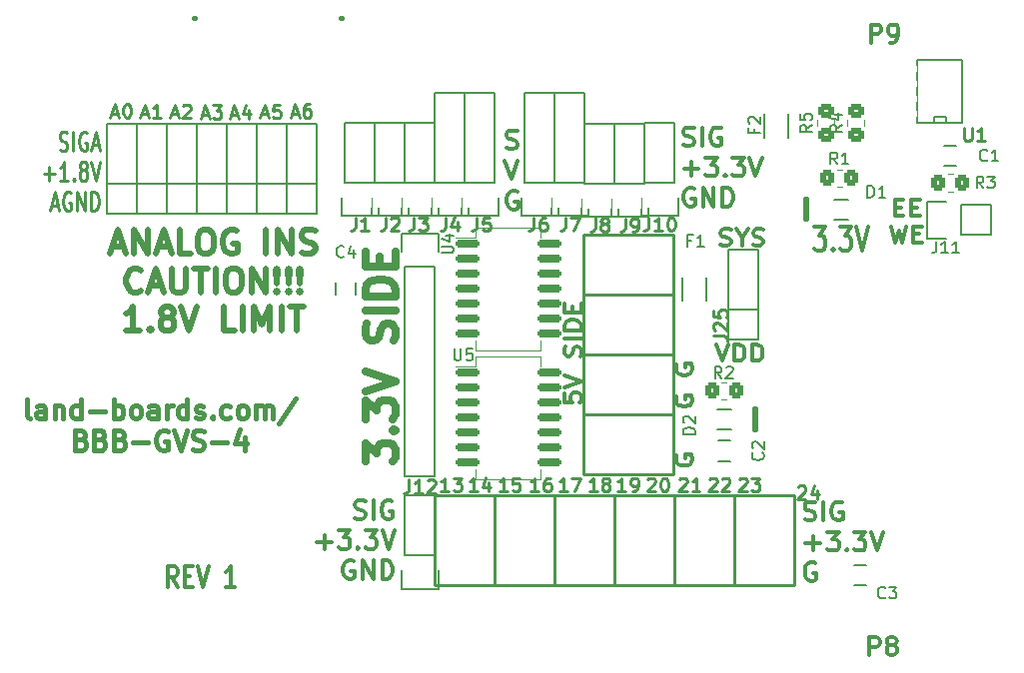
<source format=gbr>
%TF.GenerationSoftware,KiCad,Pcbnew,(6.0.1)*%
%TF.CreationDate,2022-05-20T17:21:30-04:00*%
%TF.ProjectId,BBB-GVS-4,4242422d-4756-4532-9d34-2e6b69636164,0.3*%
%TF.SameCoordinates,PX5962530PY32436e8*%
%TF.FileFunction,Legend,Top*%
%TF.FilePolarity,Positive*%
%FSLAX46Y46*%
G04 Gerber Fmt 4.6, Leading zero omitted, Abs format (unit mm)*
G04 Created by KiCad (PCBNEW (6.0.1)) date 2022-05-20 17:21:30*
%MOMM*%
%LPD*%
G01*
G04 APERTURE LIST*
G04 Aperture macros list*
%AMRoundRect*
0 Rectangle with rounded corners*
0 $1 Rounding radius*
0 $2 $3 $4 $5 $6 $7 $8 $9 X,Y pos of 4 corners*
0 Add a 4 corners polygon primitive as box body*
4,1,4,$2,$3,$4,$5,$6,$7,$8,$9,$2,$3,0*
0 Add four circle primitives for the rounded corners*
1,1,$1+$1,$2,$3*
1,1,$1+$1,$4,$5*
1,1,$1+$1,$6,$7*
1,1,$1+$1,$8,$9*
0 Add four rect primitives between the rounded corners*
20,1,$1+$1,$2,$3,$4,$5,0*
20,1,$1+$1,$4,$5,$6,$7,0*
20,1,$1+$1,$6,$7,$8,$9,0*
20,1,$1+$1,$8,$9,$2,$3,0*%
G04 Aperture macros list end*
%ADD10C,0.635000*%
%ADD11C,0.285750*%
%ADD12C,0.381000*%
%ADD13C,0.304800*%
%ADD14C,0.508000*%
%ADD15C,0.412750*%
%ADD16C,0.150000*%
%ADD17C,0.222250*%
%ADD18C,0.120000*%
%ADD19C,0.152400*%
%ADD20C,0.127000*%
%ADD21C,0.254000*%
%ADD22C,4.572000*%
%ADD23R,1.651000X1.651000*%
%ADD24C,1.300480*%
%ADD25R,1.524000X1.524000*%
%ADD26C,1.524000*%
%ADD27R,2.032000X1.727200*%
%ADD28O,2.032000X1.727200*%
%ADD29R,2.032000X2.032000*%
%ADD30O,2.032000X2.032000*%
%ADD31R,1.905000X1.422400*%
%ADD32O,1.905000X1.422400*%
%ADD33R,1.422400X1.905000*%
%ADD34O,1.422400X1.905000*%
%ADD35R,1.651000X1.905000*%
%ADD36O,1.651000X1.905000*%
%ADD37RoundRect,0.150000X-0.837500X-0.150000X0.837500X-0.150000X0.837500X0.150000X-0.837500X0.150000X0*%
%ADD38RoundRect,0.250000X0.450000X-0.350000X0.450000X0.350000X-0.450000X0.350000X-0.450000X-0.350000X0*%
%ADD39RoundRect,0.250000X0.350000X0.450000X-0.350000X0.450000X-0.350000X-0.450000X0.350000X-0.450000X0*%
%ADD40RoundRect,0.250000X-0.350000X-0.450000X0.350000X-0.450000X0.350000X0.450000X-0.350000X0.450000X0*%
%ADD41C,3.000000*%
%ADD42R,1.651000X0.599440*%
%ADD43R,1.500000X1.250000*%
%ADD44R,1.250000X1.500000*%
%ADD45R,1.500000X1.300000*%
%ADD46R,1.600000X2.000000*%
G04 APERTURE END LIST*
D10*
X31578247Y-37627076D02*
X31578247Y-36054695D01*
X32545866Y-36901361D01*
X32545866Y-36538504D01*
X32666819Y-36296600D01*
X32787771Y-36175647D01*
X33029676Y-36054695D01*
X33634438Y-36054695D01*
X33876342Y-36175647D01*
X33997295Y-36296600D01*
X34118247Y-36538504D01*
X34118247Y-37264219D01*
X33997295Y-37506123D01*
X33876342Y-37627076D01*
X33876342Y-34966123D02*
X33997295Y-34845171D01*
X34118247Y-34966123D01*
X33997295Y-35087076D01*
X33876342Y-34966123D01*
X34118247Y-34966123D01*
X31578247Y-33998504D02*
X31578247Y-32426123D01*
X32545866Y-33272790D01*
X32545866Y-32909933D01*
X32666819Y-32668028D01*
X32787771Y-32547076D01*
X33029676Y-32426123D01*
X33634438Y-32426123D01*
X33876342Y-32547076D01*
X33997295Y-32668028D01*
X34118247Y-32909933D01*
X34118247Y-33635647D01*
X33997295Y-33877552D01*
X33876342Y-33998504D01*
X31578247Y-31700409D02*
X34118247Y-30853742D01*
X31578247Y-30007076D01*
X33997295Y-27346123D02*
X34118247Y-26983266D01*
X34118247Y-26378504D01*
X33997295Y-26136600D01*
X33876342Y-26015647D01*
X33634438Y-25894695D01*
X33392533Y-25894695D01*
X33150628Y-26015647D01*
X33029676Y-26136600D01*
X32908723Y-26378504D01*
X32787771Y-26862314D01*
X32666819Y-27104219D01*
X32545866Y-27225171D01*
X32303961Y-27346123D01*
X32062057Y-27346123D01*
X31820152Y-27225171D01*
X31699200Y-27104219D01*
X31578247Y-26862314D01*
X31578247Y-26257552D01*
X31699200Y-25894695D01*
X34118247Y-24806123D02*
X31578247Y-24806123D01*
X34118247Y-23596600D02*
X31578247Y-23596600D01*
X31578247Y-22991838D01*
X31699200Y-22628980D01*
X31941104Y-22387076D01*
X32183009Y-22266123D01*
X32666819Y-22145171D01*
X33029676Y-22145171D01*
X33513485Y-22266123D01*
X33755390Y-22387076D01*
X33997295Y-22628980D01*
X34118247Y-22991838D01*
X34118247Y-23596600D01*
X32787771Y-21056600D02*
X32787771Y-20209933D01*
X34118247Y-19847076D02*
X34118247Y-21056600D01*
X31578247Y-21056600D01*
X31578247Y-19847076D01*
D11*
X68242542Y-39767328D02*
X68296971Y-39712900D01*
X68405828Y-39658471D01*
X68677971Y-39658471D01*
X68786828Y-39712900D01*
X68841257Y-39767328D01*
X68895685Y-39876185D01*
X68895685Y-39985042D01*
X68841257Y-40148328D01*
X68188114Y-40801471D01*
X68895685Y-40801471D01*
X69875400Y-40039471D02*
X69875400Y-40801471D01*
X69603257Y-39604042D02*
X69331114Y-40420471D01*
X70038685Y-40420471D01*
X46264285Y-40141071D02*
X45611142Y-40141071D01*
X45937714Y-40141071D02*
X45937714Y-38998071D01*
X45828857Y-39161357D01*
X45720000Y-39270214D01*
X45611142Y-39324642D01*
X47244000Y-38998071D02*
X47026285Y-38998071D01*
X46917428Y-39052500D01*
X46863000Y-39106928D01*
X46754142Y-39270214D01*
X46699714Y-39487928D01*
X46699714Y-39923357D01*
X46754142Y-40032214D01*
X46808571Y-40086642D01*
X46917428Y-40141071D01*
X47135142Y-40141071D01*
X47244000Y-40086642D01*
X47298428Y-40032214D01*
X47352857Y-39923357D01*
X47352857Y-39651214D01*
X47298428Y-39542357D01*
X47244000Y-39487928D01*
X47135142Y-39433500D01*
X46917428Y-39433500D01*
X46808571Y-39487928D01*
X46754142Y-39542357D01*
X46699714Y-39651214D01*
D12*
X64643000Y-34925000D02*
X64643000Y-33147000D01*
X64516000Y-34925000D02*
X64643000Y-34925000D01*
X64516000Y-33147000D02*
X64516000Y-34925000D01*
X68834000Y-17018000D02*
X68834000Y-15367000D01*
X68961000Y-17018000D02*
X68834000Y-17018000D01*
X68961000Y-15367000D02*
X68961000Y-17018000D01*
D11*
X38644285Y-40141071D02*
X37991142Y-40141071D01*
X38317714Y-40141071D02*
X38317714Y-38998071D01*
X38208857Y-39161357D01*
X38100000Y-39270214D01*
X37991142Y-39324642D01*
X39025285Y-38998071D02*
X39732857Y-38998071D01*
X39351857Y-39433500D01*
X39515142Y-39433500D01*
X39624000Y-39487928D01*
X39678428Y-39542357D01*
X39732857Y-39651214D01*
X39732857Y-39923357D01*
X39678428Y-40032214D01*
X39624000Y-40086642D01*
X39515142Y-40141071D01*
X39188571Y-40141071D01*
X39079714Y-40086642D01*
X39025285Y-40032214D01*
X41057285Y-40141071D02*
X40404142Y-40141071D01*
X40730714Y-40141071D02*
X40730714Y-38998071D01*
X40621857Y-39161357D01*
X40513000Y-39270214D01*
X40404142Y-39324642D01*
X42037000Y-39379071D02*
X42037000Y-40141071D01*
X41764857Y-38943642D02*
X41492714Y-39760071D01*
X42200285Y-39760071D01*
X43597285Y-40141071D02*
X42944142Y-40141071D01*
X43270714Y-40141071D02*
X43270714Y-38998071D01*
X43161857Y-39161357D01*
X43053000Y-39270214D01*
X42944142Y-39324642D01*
X44631428Y-38998071D02*
X44087142Y-38998071D01*
X44032714Y-39542357D01*
X44087142Y-39487928D01*
X44196000Y-39433500D01*
X44468142Y-39433500D01*
X44577000Y-39487928D01*
X44631428Y-39542357D01*
X44685857Y-39651214D01*
X44685857Y-39923357D01*
X44631428Y-40032214D01*
X44577000Y-40086642D01*
X44468142Y-40141071D01*
X44196000Y-40141071D01*
X44087142Y-40086642D01*
X44032714Y-40032214D01*
X48677285Y-40141071D02*
X48024142Y-40141071D01*
X48350714Y-40141071D02*
X48350714Y-38998071D01*
X48241857Y-39161357D01*
X48133000Y-39270214D01*
X48024142Y-39324642D01*
X49058285Y-38998071D02*
X49820285Y-38998071D01*
X49330428Y-40141071D01*
X51217285Y-40141071D02*
X50564142Y-40141071D01*
X50890714Y-40141071D02*
X50890714Y-38998071D01*
X50781857Y-39161357D01*
X50673000Y-39270214D01*
X50564142Y-39324642D01*
X51870428Y-39487928D02*
X51761571Y-39433500D01*
X51707142Y-39379071D01*
X51652714Y-39270214D01*
X51652714Y-39215785D01*
X51707142Y-39106928D01*
X51761571Y-39052500D01*
X51870428Y-38998071D01*
X52088142Y-38998071D01*
X52197000Y-39052500D01*
X52251428Y-39106928D01*
X52305857Y-39215785D01*
X52305857Y-39270214D01*
X52251428Y-39379071D01*
X52197000Y-39433500D01*
X52088142Y-39487928D01*
X51870428Y-39487928D01*
X51761571Y-39542357D01*
X51707142Y-39596785D01*
X51652714Y-39705642D01*
X51652714Y-39923357D01*
X51707142Y-40032214D01*
X51761571Y-40086642D01*
X51870428Y-40141071D01*
X52088142Y-40141071D01*
X52197000Y-40086642D01*
X52251428Y-40032214D01*
X52305857Y-39923357D01*
X52305857Y-39705642D01*
X52251428Y-39596785D01*
X52197000Y-39542357D01*
X52088142Y-39487928D01*
X53630285Y-40141071D02*
X52977142Y-40141071D01*
X53303714Y-40141071D02*
X53303714Y-38998071D01*
X53194857Y-39161357D01*
X53086000Y-39270214D01*
X52977142Y-39324642D01*
X54174571Y-40141071D02*
X54392285Y-40141071D01*
X54501142Y-40086642D01*
X54555571Y-40032214D01*
X54664428Y-39868928D01*
X54718857Y-39651214D01*
X54718857Y-39215785D01*
X54664428Y-39106928D01*
X54610000Y-39052500D01*
X54501142Y-38998071D01*
X54283428Y-38998071D01*
X54174571Y-39052500D01*
X54120142Y-39106928D01*
X54065714Y-39215785D01*
X54065714Y-39487928D01*
X54120142Y-39596785D01*
X54174571Y-39651214D01*
X54283428Y-39705642D01*
X54501142Y-39705642D01*
X54610000Y-39651214D01*
X54664428Y-39596785D01*
X54718857Y-39487928D01*
X55517142Y-39106928D02*
X55571571Y-39052500D01*
X55680428Y-38998071D01*
X55952571Y-38998071D01*
X56061428Y-39052500D01*
X56115857Y-39106928D01*
X56170285Y-39215785D01*
X56170285Y-39324642D01*
X56115857Y-39487928D01*
X55462714Y-40141071D01*
X56170285Y-40141071D01*
X56877857Y-38998071D02*
X56986714Y-38998071D01*
X57095571Y-39052500D01*
X57150000Y-39106928D01*
X57204428Y-39215785D01*
X57258857Y-39433500D01*
X57258857Y-39705642D01*
X57204428Y-39923357D01*
X57150000Y-40032214D01*
X57095571Y-40086642D01*
X56986714Y-40141071D01*
X56877857Y-40141071D01*
X56769000Y-40086642D01*
X56714571Y-40032214D01*
X56660142Y-39923357D01*
X56605714Y-39705642D01*
X56605714Y-39433500D01*
X56660142Y-39215785D01*
X56714571Y-39106928D01*
X56769000Y-39052500D01*
X56877857Y-38998071D01*
X58184142Y-39106928D02*
X58238571Y-39052500D01*
X58347428Y-38998071D01*
X58619571Y-38998071D01*
X58728428Y-39052500D01*
X58782857Y-39106928D01*
X58837285Y-39215785D01*
X58837285Y-39324642D01*
X58782857Y-39487928D01*
X58129714Y-40141071D01*
X58837285Y-40141071D01*
X59925857Y-40141071D02*
X59272714Y-40141071D01*
X59599285Y-40141071D02*
X59599285Y-38998071D01*
X59490428Y-39161357D01*
X59381571Y-39270214D01*
X59272714Y-39324642D01*
X60724142Y-39106928D02*
X60778571Y-39052500D01*
X60887428Y-38998071D01*
X61159571Y-38998071D01*
X61268428Y-39052500D01*
X61322857Y-39106928D01*
X61377285Y-39215785D01*
X61377285Y-39324642D01*
X61322857Y-39487928D01*
X60669714Y-40141071D01*
X61377285Y-40141071D01*
X61812714Y-39106928D02*
X61867142Y-39052500D01*
X61976000Y-38998071D01*
X62248142Y-38998071D01*
X62357000Y-39052500D01*
X62411428Y-39106928D01*
X62465857Y-39215785D01*
X62465857Y-39324642D01*
X62411428Y-39487928D01*
X61758285Y-40141071D01*
X62465857Y-40141071D01*
X63264142Y-39106928D02*
X63318571Y-39052500D01*
X63427428Y-38998071D01*
X63699571Y-38998071D01*
X63808428Y-39052500D01*
X63862857Y-39106928D01*
X63917285Y-39215785D01*
X63917285Y-39324642D01*
X63862857Y-39487928D01*
X63209714Y-40141071D01*
X63917285Y-40141071D01*
X64298285Y-38998071D02*
X65005857Y-38998071D01*
X64624857Y-39433500D01*
X64788142Y-39433500D01*
X64897000Y-39487928D01*
X64951428Y-39542357D01*
X65005857Y-39651214D01*
X65005857Y-39923357D01*
X64951428Y-40032214D01*
X64897000Y-40086642D01*
X64788142Y-40141071D01*
X64461571Y-40141071D01*
X64352714Y-40086642D01*
X64298285Y-40032214D01*
X5674405Y-11167684D02*
X5837691Y-11243279D01*
X6109833Y-11243279D01*
X6218691Y-11167684D01*
X6273119Y-11092089D01*
X6327548Y-10940898D01*
X6327548Y-10789708D01*
X6273119Y-10638517D01*
X6218691Y-10562922D01*
X6109833Y-10487327D01*
X5892119Y-10411732D01*
X5783262Y-10336136D01*
X5728833Y-10260541D01*
X5674405Y-10109351D01*
X5674405Y-9958160D01*
X5728833Y-9806970D01*
X5783262Y-9731375D01*
X5892119Y-9655779D01*
X6164262Y-9655779D01*
X6327548Y-9731375D01*
X6817405Y-11243279D02*
X6817405Y-9655779D01*
X7960405Y-9731375D02*
X7851548Y-9655779D01*
X7688262Y-9655779D01*
X7524976Y-9731375D01*
X7416119Y-9882565D01*
X7361691Y-10033755D01*
X7307262Y-10336136D01*
X7307262Y-10562922D01*
X7361691Y-10865303D01*
X7416119Y-11016494D01*
X7524976Y-11167684D01*
X7688262Y-11243279D01*
X7797119Y-11243279D01*
X7960405Y-11167684D01*
X8014833Y-11092089D01*
X8014833Y-10562922D01*
X7797119Y-10562922D01*
X8450262Y-10789708D02*
X8994548Y-10789708D01*
X8341405Y-11243279D02*
X8722405Y-9655779D01*
X9103405Y-11243279D01*
X4368119Y-13194392D02*
X5238976Y-13194392D01*
X4803548Y-13799154D02*
X4803548Y-12589630D01*
X6381976Y-13799154D02*
X5728833Y-13799154D01*
X6055405Y-13799154D02*
X6055405Y-12211654D01*
X5946548Y-12438440D01*
X5837691Y-12589630D01*
X5728833Y-12665226D01*
X6871833Y-13647964D02*
X6926262Y-13723559D01*
X6871833Y-13799154D01*
X6817405Y-13723559D01*
X6871833Y-13647964D01*
X6871833Y-13799154D01*
X7579405Y-12892011D02*
X7470548Y-12816416D01*
X7416119Y-12740821D01*
X7361691Y-12589630D01*
X7361691Y-12514035D01*
X7416119Y-12362845D01*
X7470548Y-12287250D01*
X7579405Y-12211654D01*
X7797119Y-12211654D01*
X7905976Y-12287250D01*
X7960405Y-12362845D01*
X8014833Y-12514035D01*
X8014833Y-12589630D01*
X7960405Y-12740821D01*
X7905976Y-12816416D01*
X7797119Y-12892011D01*
X7579405Y-12892011D01*
X7470548Y-12967607D01*
X7416119Y-13043202D01*
X7361691Y-13194392D01*
X7361691Y-13496773D01*
X7416119Y-13647964D01*
X7470548Y-13723559D01*
X7579405Y-13799154D01*
X7797119Y-13799154D01*
X7905976Y-13723559D01*
X7960405Y-13647964D01*
X8014833Y-13496773D01*
X8014833Y-13194392D01*
X7960405Y-13043202D01*
X7905976Y-12967607D01*
X7797119Y-12892011D01*
X8341405Y-12211654D02*
X8722405Y-13799154D01*
X9103405Y-12211654D01*
X4966833Y-15901458D02*
X5511119Y-15901458D01*
X4857976Y-16355029D02*
X5238976Y-14767529D01*
X5619976Y-16355029D01*
X6599691Y-14843125D02*
X6490833Y-14767529D01*
X6327548Y-14767529D01*
X6164262Y-14843125D01*
X6055405Y-14994315D01*
X6000976Y-15145505D01*
X5946548Y-15447886D01*
X5946548Y-15674672D01*
X6000976Y-15977053D01*
X6055405Y-16128244D01*
X6164262Y-16279434D01*
X6327548Y-16355029D01*
X6436405Y-16355029D01*
X6599691Y-16279434D01*
X6654119Y-16203839D01*
X6654119Y-15674672D01*
X6436405Y-15674672D01*
X7143976Y-16355029D02*
X7143976Y-14767529D01*
X7797119Y-16355029D01*
X7797119Y-14767529D01*
X8341405Y-16355029D02*
X8341405Y-14767529D01*
X8613548Y-14767529D01*
X8776833Y-14843125D01*
X8885691Y-14994315D01*
X8940119Y-15145505D01*
X8994548Y-15447886D01*
X8994548Y-15674672D01*
X8940119Y-15977053D01*
X8885691Y-16128244D01*
X8776833Y-16279434D01*
X8613548Y-16355029D01*
X8341405Y-16355029D01*
D13*
X43553500Y-11040684D02*
X43780286Y-11116279D01*
X44158262Y-11116279D01*
X44309453Y-11040684D01*
X44385048Y-10965089D01*
X44460643Y-10813898D01*
X44460643Y-10662708D01*
X44385048Y-10511517D01*
X44309453Y-10435922D01*
X44158262Y-10360327D01*
X43855881Y-10284732D01*
X43704691Y-10209136D01*
X43629096Y-10133541D01*
X43553500Y-9982351D01*
X43553500Y-9831160D01*
X43629096Y-9679970D01*
X43704691Y-9604375D01*
X43855881Y-9528779D01*
X44233858Y-9528779D01*
X44460643Y-9604375D01*
X43402310Y-12084654D02*
X43931477Y-13672154D01*
X44460643Y-12084654D01*
X44460643Y-14716125D02*
X44309453Y-14640529D01*
X44082667Y-14640529D01*
X43855881Y-14716125D01*
X43704691Y-14867315D01*
X43629096Y-15018505D01*
X43553500Y-15320886D01*
X43553500Y-15547672D01*
X43629096Y-15850053D01*
X43704691Y-16001244D01*
X43855881Y-16152434D01*
X44082667Y-16228029D01*
X44233858Y-16228029D01*
X44460643Y-16152434D01*
X44536239Y-16076839D01*
X44536239Y-15547672D01*
X44233858Y-15547672D01*
X48460176Y-31833457D02*
X48460176Y-32559171D01*
X49125414Y-32631742D01*
X49058890Y-32559171D01*
X48992366Y-32414028D01*
X48992366Y-32051171D01*
X49058890Y-31906028D01*
X49125414Y-31833457D01*
X49258461Y-31760885D01*
X49591080Y-31760885D01*
X49724128Y-31833457D01*
X49790652Y-31906028D01*
X49857176Y-32051171D01*
X49857176Y-32414028D01*
X49790652Y-32559171D01*
X49724128Y-32631742D01*
X48460176Y-31325457D02*
X49857176Y-30817457D01*
X48460176Y-30309457D01*
X49790652Y-28712885D02*
X49857176Y-28495171D01*
X49857176Y-28132314D01*
X49790652Y-27987171D01*
X49724128Y-27914600D01*
X49591080Y-27842028D01*
X49458033Y-27842028D01*
X49324985Y-27914600D01*
X49258461Y-27987171D01*
X49191938Y-28132314D01*
X49125414Y-28422600D01*
X49058890Y-28567742D01*
X48992366Y-28640314D01*
X48859319Y-28712885D01*
X48726271Y-28712885D01*
X48593223Y-28640314D01*
X48526700Y-28567742D01*
X48460176Y-28422600D01*
X48460176Y-28059742D01*
X48526700Y-27842028D01*
X49857176Y-27188885D02*
X48460176Y-27188885D01*
X49857176Y-26463171D02*
X48460176Y-26463171D01*
X48460176Y-26100314D01*
X48526700Y-25882600D01*
X48659747Y-25737457D01*
X48792795Y-25664885D01*
X49058890Y-25592314D01*
X49258461Y-25592314D01*
X49524557Y-25664885D01*
X49657604Y-25737457D01*
X49790652Y-25882600D01*
X49857176Y-26100314D01*
X49857176Y-26463171D01*
X49125414Y-24939171D02*
X49125414Y-24431171D01*
X49857176Y-24213457D02*
X49857176Y-24939171D01*
X48460176Y-24939171D01*
X48460176Y-24213457D01*
X57975500Y-37102142D02*
X57908976Y-37247285D01*
X57908976Y-37465000D01*
X57975500Y-37682714D01*
X58108547Y-37827857D01*
X58241595Y-37900428D01*
X58507690Y-37973000D01*
X58707261Y-37973000D01*
X58973357Y-37900428D01*
X59106404Y-37827857D01*
X59239452Y-37682714D01*
X59305976Y-37465000D01*
X59305976Y-37319857D01*
X59239452Y-37102142D01*
X59172928Y-37029571D01*
X58707261Y-37029571D01*
X58707261Y-37319857D01*
X57975500Y-32094714D02*
X57908976Y-32239857D01*
X57908976Y-32457571D01*
X57975500Y-32675285D01*
X58108547Y-32820428D01*
X58241595Y-32893000D01*
X58507690Y-32965571D01*
X58707261Y-32965571D01*
X58973357Y-32893000D01*
X59106404Y-32820428D01*
X59239452Y-32675285D01*
X59305976Y-32457571D01*
X59305976Y-32312428D01*
X59239452Y-32094714D01*
X59172928Y-32022142D01*
X58707261Y-32022142D01*
X58707261Y-32312428D01*
X57975500Y-29409571D02*
X57908976Y-29554714D01*
X57908976Y-29772428D01*
X57975500Y-29990142D01*
X58108547Y-30135285D01*
X58241595Y-30207857D01*
X58507690Y-30280428D01*
X58707261Y-30280428D01*
X58973357Y-30207857D01*
X59106404Y-30135285D01*
X59239452Y-29990142D01*
X59305976Y-29772428D01*
X59305976Y-29627285D01*
X59239452Y-29409571D01*
X59172928Y-29337000D01*
X58707261Y-29337000D01*
X58707261Y-29627285D01*
D14*
X10107990Y-19419146D02*
X11075609Y-19419146D01*
X9914466Y-19999718D02*
X10591800Y-17967718D01*
X11269133Y-19999718D01*
X11946466Y-19999718D02*
X11946466Y-17967718D01*
X13107609Y-19999718D01*
X13107609Y-17967718D01*
X13978466Y-19419146D02*
X14946085Y-19419146D01*
X13784942Y-19999718D02*
X14462276Y-17967718D01*
X15139609Y-19999718D01*
X16784561Y-19999718D02*
X15816942Y-19999718D01*
X15816942Y-17967718D01*
X17848942Y-17967718D02*
X18235990Y-17967718D01*
X18429514Y-18064480D01*
X18623038Y-18258003D01*
X18719800Y-18645051D01*
X18719800Y-19322384D01*
X18623038Y-19709432D01*
X18429514Y-19902956D01*
X18235990Y-19999718D01*
X17848942Y-19999718D01*
X17655419Y-19902956D01*
X17461895Y-19709432D01*
X17365133Y-19322384D01*
X17365133Y-18645051D01*
X17461895Y-18258003D01*
X17655419Y-18064480D01*
X17848942Y-17967718D01*
X20655038Y-18064480D02*
X20461514Y-17967718D01*
X20171228Y-17967718D01*
X19880942Y-18064480D01*
X19687419Y-18258003D01*
X19590657Y-18451527D01*
X19493895Y-18838575D01*
X19493895Y-19128860D01*
X19590657Y-19515908D01*
X19687419Y-19709432D01*
X19880942Y-19902956D01*
X20171228Y-19999718D01*
X20364752Y-19999718D01*
X20655038Y-19902956D01*
X20751800Y-19806194D01*
X20751800Y-19128860D01*
X20364752Y-19128860D01*
X23170847Y-19999718D02*
X23170847Y-17967718D01*
X24138466Y-19999718D02*
X24138466Y-17967718D01*
X25299609Y-19999718D01*
X25299609Y-17967718D01*
X26170466Y-19902956D02*
X26460752Y-19999718D01*
X26944561Y-19999718D01*
X27138085Y-19902956D01*
X27234847Y-19806194D01*
X27331609Y-19612670D01*
X27331609Y-19419146D01*
X27234847Y-19225622D01*
X27138085Y-19128860D01*
X26944561Y-19032099D01*
X26557514Y-18935337D01*
X26363990Y-18838575D01*
X26267228Y-18741813D01*
X26170466Y-18548289D01*
X26170466Y-18354765D01*
X26267228Y-18161241D01*
X26363990Y-18064480D01*
X26557514Y-17967718D01*
X27041323Y-17967718D01*
X27331609Y-18064480D01*
X12575419Y-23077714D02*
X12478657Y-23174476D01*
X12188371Y-23271238D01*
X11994847Y-23271238D01*
X11704561Y-23174476D01*
X11511038Y-22980952D01*
X11414276Y-22787428D01*
X11317514Y-22400380D01*
X11317514Y-22110095D01*
X11414276Y-21723047D01*
X11511038Y-21529523D01*
X11704561Y-21336000D01*
X11994847Y-21239238D01*
X12188371Y-21239238D01*
X12478657Y-21336000D01*
X12575419Y-21432761D01*
X13349514Y-22690666D02*
X14317133Y-22690666D01*
X13155990Y-23271238D02*
X13833323Y-21239238D01*
X14510657Y-23271238D01*
X15187990Y-21239238D02*
X15187990Y-22884190D01*
X15284752Y-23077714D01*
X15381514Y-23174476D01*
X15575038Y-23271238D01*
X15962085Y-23271238D01*
X16155609Y-23174476D01*
X16252371Y-23077714D01*
X16349133Y-22884190D01*
X16349133Y-21239238D01*
X17026466Y-21239238D02*
X18187609Y-21239238D01*
X17607038Y-23271238D02*
X17607038Y-21239238D01*
X18864942Y-23271238D02*
X18864942Y-21239238D01*
X20219609Y-21239238D02*
X20606657Y-21239238D01*
X20800180Y-21336000D01*
X20993704Y-21529523D01*
X21090466Y-21916571D01*
X21090466Y-22593904D01*
X20993704Y-22980952D01*
X20800180Y-23174476D01*
X20606657Y-23271238D01*
X20219609Y-23271238D01*
X20026085Y-23174476D01*
X19832561Y-22980952D01*
X19735800Y-22593904D01*
X19735800Y-21916571D01*
X19832561Y-21529523D01*
X20026085Y-21336000D01*
X20219609Y-21239238D01*
X21961323Y-23271238D02*
X21961323Y-21239238D01*
X23122466Y-23271238D01*
X23122466Y-21239238D01*
X24090085Y-23077714D02*
X24186847Y-23174476D01*
X24090085Y-23271238D01*
X23993323Y-23174476D01*
X24090085Y-23077714D01*
X24090085Y-23271238D01*
X24090085Y-22497142D02*
X23993323Y-21336000D01*
X24090085Y-21239238D01*
X24186847Y-21336000D01*
X24090085Y-22497142D01*
X24090085Y-21239238D01*
X25057704Y-23077714D02*
X25154466Y-23174476D01*
X25057704Y-23271238D01*
X24960942Y-23174476D01*
X25057704Y-23077714D01*
X25057704Y-23271238D01*
X25057704Y-22497142D02*
X24960942Y-21336000D01*
X25057704Y-21239238D01*
X25154466Y-21336000D01*
X25057704Y-22497142D01*
X25057704Y-21239238D01*
X26025323Y-23077714D02*
X26122085Y-23174476D01*
X26025323Y-23271238D01*
X25928561Y-23174476D01*
X26025323Y-23077714D01*
X26025323Y-23271238D01*
X26025323Y-22497142D02*
X25928561Y-21336000D01*
X26025323Y-21239238D01*
X26122085Y-21336000D01*
X26025323Y-22497142D01*
X26025323Y-21239238D01*
X12478657Y-26542758D02*
X11317514Y-26542758D01*
X11898085Y-26542758D02*
X11898085Y-24510758D01*
X11704561Y-24801043D01*
X11511038Y-24994567D01*
X11317514Y-25091329D01*
X13349514Y-26349234D02*
X13446276Y-26445996D01*
X13349514Y-26542758D01*
X13252752Y-26445996D01*
X13349514Y-26349234D01*
X13349514Y-26542758D01*
X14607419Y-25381615D02*
X14413895Y-25284853D01*
X14317133Y-25188091D01*
X14220371Y-24994567D01*
X14220371Y-24897805D01*
X14317133Y-24704281D01*
X14413895Y-24607520D01*
X14607419Y-24510758D01*
X14994466Y-24510758D01*
X15187990Y-24607520D01*
X15284752Y-24704281D01*
X15381514Y-24897805D01*
X15381514Y-24994567D01*
X15284752Y-25188091D01*
X15187990Y-25284853D01*
X14994466Y-25381615D01*
X14607419Y-25381615D01*
X14413895Y-25478377D01*
X14317133Y-25575139D01*
X14220371Y-25768662D01*
X14220371Y-26155710D01*
X14317133Y-26349234D01*
X14413895Y-26445996D01*
X14607419Y-26542758D01*
X14994466Y-26542758D01*
X15187990Y-26445996D01*
X15284752Y-26349234D01*
X15381514Y-26155710D01*
X15381514Y-25768662D01*
X15284752Y-25575139D01*
X15187990Y-25478377D01*
X14994466Y-25381615D01*
X15962085Y-24510758D02*
X16639419Y-26542758D01*
X17316752Y-24510758D01*
X20509895Y-26542758D02*
X19542276Y-26542758D01*
X19542276Y-24510758D01*
X21187228Y-26542758D02*
X21187228Y-24510758D01*
X22154847Y-26542758D02*
X22154847Y-24510758D01*
X22832180Y-25962186D01*
X23509514Y-24510758D01*
X23509514Y-26542758D01*
X24477133Y-26542758D02*
X24477133Y-24510758D01*
X25154466Y-24510758D02*
X26315609Y-24510758D01*
X25735038Y-26542758D02*
X25735038Y-24510758D01*
D13*
X58539500Y-10786684D02*
X58766286Y-10862279D01*
X59144262Y-10862279D01*
X59295453Y-10786684D01*
X59371048Y-10711089D01*
X59446643Y-10559898D01*
X59446643Y-10408708D01*
X59371048Y-10257517D01*
X59295453Y-10181922D01*
X59144262Y-10106327D01*
X58841881Y-10030732D01*
X58690691Y-9955136D01*
X58615096Y-9879541D01*
X58539500Y-9728351D01*
X58539500Y-9577160D01*
X58615096Y-9425970D01*
X58690691Y-9350375D01*
X58841881Y-9274779D01*
X59219858Y-9274779D01*
X59446643Y-9350375D01*
X60127000Y-10862279D02*
X60127000Y-9274779D01*
X61714500Y-9350375D02*
X61563310Y-9274779D01*
X61336524Y-9274779D01*
X61109739Y-9350375D01*
X60958548Y-9501565D01*
X60882953Y-9652755D01*
X60807358Y-9955136D01*
X60807358Y-10181922D01*
X60882953Y-10484303D01*
X60958548Y-10635494D01*
X61109739Y-10786684D01*
X61336524Y-10862279D01*
X61487715Y-10862279D01*
X61714500Y-10786684D01*
X61790096Y-10711089D01*
X61790096Y-10181922D01*
X61487715Y-10181922D01*
X58615096Y-12813392D02*
X59824620Y-12813392D01*
X59219858Y-13418154D02*
X59219858Y-12208630D01*
X60429381Y-11830654D02*
X61412120Y-11830654D01*
X60882953Y-12435416D01*
X61109739Y-12435416D01*
X61260929Y-12511011D01*
X61336524Y-12586607D01*
X61412120Y-12737797D01*
X61412120Y-13115773D01*
X61336524Y-13266964D01*
X61260929Y-13342559D01*
X61109739Y-13418154D01*
X60656167Y-13418154D01*
X60504977Y-13342559D01*
X60429381Y-13266964D01*
X62092477Y-13266964D02*
X62168072Y-13342559D01*
X62092477Y-13418154D01*
X62016881Y-13342559D01*
X62092477Y-13266964D01*
X62092477Y-13418154D01*
X62697239Y-11830654D02*
X63679977Y-11830654D01*
X63150810Y-12435416D01*
X63377596Y-12435416D01*
X63528786Y-12511011D01*
X63604381Y-12586607D01*
X63679977Y-12737797D01*
X63679977Y-13115773D01*
X63604381Y-13266964D01*
X63528786Y-13342559D01*
X63377596Y-13418154D01*
X62924024Y-13418154D01*
X62772834Y-13342559D01*
X62697239Y-13266964D01*
X64133548Y-11830654D02*
X64662715Y-13418154D01*
X65191881Y-11830654D01*
X59446643Y-14462125D02*
X59295453Y-14386529D01*
X59068667Y-14386529D01*
X58841881Y-14462125D01*
X58690691Y-14613315D01*
X58615096Y-14764505D01*
X58539500Y-15066886D01*
X58539500Y-15293672D01*
X58615096Y-15596053D01*
X58690691Y-15747244D01*
X58841881Y-15898434D01*
X59068667Y-15974029D01*
X59219858Y-15974029D01*
X59446643Y-15898434D01*
X59522239Y-15822839D01*
X59522239Y-15293672D01*
X59219858Y-15293672D01*
X60202596Y-15974029D02*
X60202596Y-14386529D01*
X61109739Y-15974029D01*
X61109739Y-14386529D01*
X61865691Y-15974029D02*
X61865691Y-14386529D01*
X62243667Y-14386529D01*
X62470453Y-14462125D01*
X62621643Y-14613315D01*
X62697239Y-14764505D01*
X62772834Y-15066886D01*
X62772834Y-15293672D01*
X62697239Y-15596053D01*
X62621643Y-15747244D01*
X62470453Y-15898434D01*
X62243667Y-15974029D01*
X61865691Y-15974029D01*
X68826500Y-42536684D02*
X69053286Y-42612279D01*
X69431262Y-42612279D01*
X69582453Y-42536684D01*
X69658048Y-42461089D01*
X69733643Y-42309898D01*
X69733643Y-42158708D01*
X69658048Y-42007517D01*
X69582453Y-41931922D01*
X69431262Y-41856327D01*
X69128881Y-41780732D01*
X68977691Y-41705136D01*
X68902096Y-41629541D01*
X68826500Y-41478351D01*
X68826500Y-41327160D01*
X68902096Y-41175970D01*
X68977691Y-41100375D01*
X69128881Y-41024779D01*
X69506858Y-41024779D01*
X69733643Y-41100375D01*
X70414000Y-42612279D02*
X70414000Y-41024779D01*
X72001500Y-41100375D02*
X71850310Y-41024779D01*
X71623524Y-41024779D01*
X71396739Y-41100375D01*
X71245548Y-41251565D01*
X71169953Y-41402755D01*
X71094358Y-41705136D01*
X71094358Y-41931922D01*
X71169953Y-42234303D01*
X71245548Y-42385494D01*
X71396739Y-42536684D01*
X71623524Y-42612279D01*
X71774715Y-42612279D01*
X72001500Y-42536684D01*
X72077096Y-42461089D01*
X72077096Y-41931922D01*
X71774715Y-41931922D01*
X68902096Y-44563392D02*
X70111620Y-44563392D01*
X69506858Y-45168154D02*
X69506858Y-43958630D01*
X70716381Y-43580654D02*
X71699120Y-43580654D01*
X71169953Y-44185416D01*
X71396739Y-44185416D01*
X71547929Y-44261011D01*
X71623524Y-44336607D01*
X71699120Y-44487797D01*
X71699120Y-44865773D01*
X71623524Y-45016964D01*
X71547929Y-45092559D01*
X71396739Y-45168154D01*
X70943167Y-45168154D01*
X70791977Y-45092559D01*
X70716381Y-45016964D01*
X72379477Y-45016964D02*
X72455072Y-45092559D01*
X72379477Y-45168154D01*
X72303881Y-45092559D01*
X72379477Y-45016964D01*
X72379477Y-45168154D01*
X72984239Y-43580654D02*
X73966977Y-43580654D01*
X73437810Y-44185416D01*
X73664596Y-44185416D01*
X73815786Y-44261011D01*
X73891381Y-44336607D01*
X73966977Y-44487797D01*
X73966977Y-44865773D01*
X73891381Y-45016964D01*
X73815786Y-45092559D01*
X73664596Y-45168154D01*
X73211024Y-45168154D01*
X73059834Y-45092559D01*
X72984239Y-45016964D01*
X74420548Y-43580654D02*
X74949715Y-45168154D01*
X75478881Y-43580654D01*
X69733643Y-46212125D02*
X69582453Y-46136529D01*
X69355667Y-46136529D01*
X69128881Y-46212125D01*
X68977691Y-46363315D01*
X68902096Y-46514505D01*
X68826500Y-46816886D01*
X68826500Y-47043672D01*
X68902096Y-47346053D01*
X68977691Y-47497244D01*
X69128881Y-47648434D01*
X69355667Y-47724029D01*
X69506858Y-47724029D01*
X69733643Y-47648434D01*
X69809239Y-47572839D01*
X69809239Y-47043672D01*
X69506858Y-47043672D01*
X30665903Y-42409684D02*
X30892689Y-42485279D01*
X31270665Y-42485279D01*
X31421856Y-42409684D01*
X31497451Y-42334089D01*
X31573046Y-42182898D01*
X31573046Y-42031708D01*
X31497451Y-41880517D01*
X31421856Y-41804922D01*
X31270665Y-41729327D01*
X30968284Y-41653732D01*
X30817094Y-41578136D01*
X30741499Y-41502541D01*
X30665903Y-41351351D01*
X30665903Y-41200160D01*
X30741499Y-41048970D01*
X30817094Y-40973375D01*
X30968284Y-40897779D01*
X31346260Y-40897779D01*
X31573046Y-40973375D01*
X32253403Y-42485279D02*
X32253403Y-40897779D01*
X33840903Y-40973375D02*
X33689713Y-40897779D01*
X33462927Y-40897779D01*
X33236141Y-40973375D01*
X33084951Y-41124565D01*
X33009356Y-41275755D01*
X32933760Y-41578136D01*
X32933760Y-41804922D01*
X33009356Y-42107303D01*
X33084951Y-42258494D01*
X33236141Y-42409684D01*
X33462927Y-42485279D01*
X33614118Y-42485279D01*
X33840903Y-42409684D01*
X33916499Y-42334089D01*
X33916499Y-41804922D01*
X33614118Y-41804922D01*
X27490903Y-44436392D02*
X28700427Y-44436392D01*
X28095665Y-45041154D02*
X28095665Y-43831630D01*
X29305189Y-43453654D02*
X30287927Y-43453654D01*
X29758760Y-44058416D01*
X29985546Y-44058416D01*
X30136737Y-44134011D01*
X30212332Y-44209607D01*
X30287927Y-44360797D01*
X30287927Y-44738773D01*
X30212332Y-44889964D01*
X30136737Y-44965559D01*
X29985546Y-45041154D01*
X29531975Y-45041154D01*
X29380784Y-44965559D01*
X29305189Y-44889964D01*
X30968284Y-44889964D02*
X31043880Y-44965559D01*
X30968284Y-45041154D01*
X30892689Y-44965559D01*
X30968284Y-44889964D01*
X30968284Y-45041154D01*
X31573046Y-43453654D02*
X32555784Y-43453654D01*
X32026618Y-44058416D01*
X32253403Y-44058416D01*
X32404594Y-44134011D01*
X32480189Y-44209607D01*
X32555784Y-44360797D01*
X32555784Y-44738773D01*
X32480189Y-44889964D01*
X32404594Y-44965559D01*
X32253403Y-45041154D01*
X31799832Y-45041154D01*
X31648641Y-44965559D01*
X31573046Y-44889964D01*
X33009356Y-43453654D02*
X33538522Y-45041154D01*
X34067689Y-43453654D01*
X30590308Y-46085125D02*
X30439118Y-46009529D01*
X30212332Y-46009529D01*
X29985546Y-46085125D01*
X29834356Y-46236315D01*
X29758760Y-46387505D01*
X29683165Y-46689886D01*
X29683165Y-46916672D01*
X29758760Y-47219053D01*
X29834356Y-47370244D01*
X29985546Y-47521434D01*
X30212332Y-47597029D01*
X30363522Y-47597029D01*
X30590308Y-47521434D01*
X30665903Y-47445839D01*
X30665903Y-46916672D01*
X30363522Y-46916672D01*
X31346260Y-47597029D02*
X31346260Y-46009529D01*
X32253403Y-47597029D01*
X32253403Y-46009529D01*
X33009356Y-47597029D02*
X33009356Y-46009529D01*
X33387332Y-46009529D01*
X33614118Y-46085125D01*
X33765308Y-46236315D01*
X33840903Y-46387505D01*
X33916499Y-46689886D01*
X33916499Y-46916672D01*
X33840903Y-47219053D01*
X33765308Y-47370244D01*
X33614118Y-47521434D01*
X33387332Y-47597029D01*
X33009356Y-47597029D01*
X74313142Y-54029428D02*
X74313142Y-52505428D01*
X74893714Y-52505428D01*
X75038857Y-52578000D01*
X75111428Y-52650571D01*
X75184000Y-52795714D01*
X75184000Y-53013428D01*
X75111428Y-53158571D01*
X75038857Y-53231142D01*
X74893714Y-53303714D01*
X74313142Y-53303714D01*
X76054857Y-53158571D02*
X75909714Y-53086000D01*
X75837142Y-53013428D01*
X75764571Y-52868285D01*
X75764571Y-52795714D01*
X75837142Y-52650571D01*
X75909714Y-52578000D01*
X76054857Y-52505428D01*
X76345142Y-52505428D01*
X76490285Y-52578000D01*
X76562857Y-52650571D01*
X76635428Y-52795714D01*
X76635428Y-52868285D01*
X76562857Y-53013428D01*
X76490285Y-53086000D01*
X76345142Y-53158571D01*
X76054857Y-53158571D01*
X75909714Y-53231142D01*
X75837142Y-53303714D01*
X75764571Y-53448857D01*
X75764571Y-53739142D01*
X75837142Y-53884285D01*
X75909714Y-53956857D01*
X76054857Y-54029428D01*
X76345142Y-54029428D01*
X76490285Y-53956857D01*
X76562857Y-53884285D01*
X76635428Y-53739142D01*
X76635428Y-53448857D01*
X76562857Y-53303714D01*
X76490285Y-53231142D01*
X76345142Y-53158571D01*
X74440142Y-2086428D02*
X74440142Y-562428D01*
X75020714Y-562428D01*
X75165857Y-635000D01*
X75238428Y-707571D01*
X75311000Y-852714D01*
X75311000Y-1070428D01*
X75238428Y-1215571D01*
X75165857Y-1288142D01*
X75020714Y-1360714D01*
X74440142Y-1360714D01*
X76036714Y-2086428D02*
X76327000Y-2086428D01*
X76472142Y-2013857D01*
X76544714Y-1941285D01*
X76689857Y-1723571D01*
X76762428Y-1433285D01*
X76762428Y-852714D01*
X76689857Y-707571D01*
X76617285Y-635000D01*
X76472142Y-562428D01*
X76181857Y-562428D01*
X76036714Y-635000D01*
X75964142Y-707571D01*
X75891571Y-852714D01*
X75891571Y-1215571D01*
X75964142Y-1360714D01*
X76036714Y-1433285D01*
X76181857Y-1505857D01*
X76472142Y-1505857D01*
X76617285Y-1433285D01*
X76689857Y-1360714D01*
X76762428Y-1215571D01*
X61341000Y-27682976D02*
X61849000Y-29079976D01*
X62357000Y-27682976D01*
X62865000Y-29079976D02*
X62865000Y-27682976D01*
X63227857Y-27682976D01*
X63445571Y-27749500D01*
X63590714Y-27882547D01*
X63663285Y-28015595D01*
X63735857Y-28281690D01*
X63735857Y-28481261D01*
X63663285Y-28747357D01*
X63590714Y-28880404D01*
X63445571Y-29013452D01*
X63227857Y-29079976D01*
X62865000Y-29079976D01*
X64389000Y-29079976D02*
X64389000Y-27682976D01*
X64751857Y-27682976D01*
X64969571Y-27749500D01*
X65114714Y-27882547D01*
X65187285Y-28015595D01*
X65259857Y-28281690D01*
X65259857Y-28481261D01*
X65187285Y-28747357D01*
X65114714Y-28880404D01*
X64969571Y-29013452D01*
X64751857Y-29079976D01*
X64389000Y-29079976D01*
X61685714Y-19234452D02*
X61903428Y-19300976D01*
X62266285Y-19300976D01*
X62411428Y-19234452D01*
X62484000Y-19167928D01*
X62556571Y-19034880D01*
X62556571Y-18901833D01*
X62484000Y-18768785D01*
X62411428Y-18702261D01*
X62266285Y-18635738D01*
X61976000Y-18569214D01*
X61830857Y-18502690D01*
X61758285Y-18436166D01*
X61685714Y-18303119D01*
X61685714Y-18170071D01*
X61758285Y-18037023D01*
X61830857Y-17970500D01*
X61976000Y-17903976D01*
X62338857Y-17903976D01*
X62556571Y-17970500D01*
X63500000Y-18635738D02*
X63500000Y-19300976D01*
X62992000Y-17903976D02*
X63500000Y-18635738D01*
X64008000Y-17903976D01*
X64443428Y-19234452D02*
X64661142Y-19300976D01*
X65024000Y-19300976D01*
X65169142Y-19234452D01*
X65241714Y-19167928D01*
X65314285Y-19034880D01*
X65314285Y-18901833D01*
X65241714Y-18768785D01*
X65169142Y-18702261D01*
X65024000Y-18635738D01*
X64733714Y-18569214D01*
X64588571Y-18502690D01*
X64516000Y-18436166D01*
X64443428Y-18303119D01*
X64443428Y-18170071D01*
X64516000Y-18037023D01*
X64588571Y-17970500D01*
X64733714Y-17903976D01*
X65096571Y-17903976D01*
X65314285Y-17970500D01*
X76454000Y-16073029D02*
X76962000Y-16073029D01*
X77179714Y-16804791D02*
X76454000Y-16804791D01*
X76454000Y-15407791D01*
X77179714Y-15407791D01*
X77832857Y-16073029D02*
X78340857Y-16073029D01*
X78558571Y-16804791D02*
X77832857Y-16804791D01*
X77832857Y-15407791D01*
X78558571Y-15407791D01*
X76127428Y-17656961D02*
X76490285Y-19053961D01*
X76780571Y-18056104D01*
X77070857Y-19053961D01*
X77433714Y-17656961D01*
X78014285Y-18322199D02*
X78522285Y-18322199D01*
X78740000Y-19053961D02*
X78014285Y-19053961D01*
X78014285Y-17656961D01*
X78740000Y-17656961D01*
D12*
X29464000Y0D02*
X29591000Y0D01*
X17018000Y0D02*
X17145000Y0D01*
D13*
X69632285Y-17683238D02*
X70575714Y-17683238D01*
X70067714Y-18457333D01*
X70285428Y-18457333D01*
X70430571Y-18554095D01*
X70503142Y-18650857D01*
X70575714Y-18844380D01*
X70575714Y-19328190D01*
X70503142Y-19521714D01*
X70430571Y-19618476D01*
X70285428Y-19715238D01*
X69850000Y-19715238D01*
X69704857Y-19618476D01*
X69632285Y-19521714D01*
X71228857Y-19521714D02*
X71301428Y-19618476D01*
X71228857Y-19715238D01*
X71156285Y-19618476D01*
X71228857Y-19521714D01*
X71228857Y-19715238D01*
X71809428Y-17683238D02*
X72752857Y-17683238D01*
X72244857Y-18457333D01*
X72462571Y-18457333D01*
X72607714Y-18554095D01*
X72680285Y-18650857D01*
X72752857Y-18844380D01*
X72752857Y-19328190D01*
X72680285Y-19521714D01*
X72607714Y-19618476D01*
X72462571Y-19715238D01*
X72027142Y-19715238D01*
X71882000Y-19618476D01*
X71809428Y-19521714D01*
X73188285Y-17683238D02*
X73696285Y-19715238D01*
X74204285Y-17683238D01*
X15682685Y-48251533D02*
X15217019Y-47404866D01*
X14884400Y-48251533D02*
X14884400Y-46473533D01*
X15416590Y-46473533D01*
X15549638Y-46558200D01*
X15616161Y-46642866D01*
X15682685Y-46812200D01*
X15682685Y-47066200D01*
X15616161Y-47235533D01*
X15549638Y-47320200D01*
X15416590Y-47404866D01*
X14884400Y-47404866D01*
X16281400Y-47320200D02*
X16747066Y-47320200D01*
X16946638Y-48251533D02*
X16281400Y-48251533D01*
X16281400Y-46473533D01*
X16946638Y-46473533D01*
X17345780Y-46473533D02*
X17811447Y-48251533D01*
X18277114Y-46473533D01*
X20538923Y-48251533D02*
X19740638Y-48251533D01*
X20139780Y-48251533D02*
X20139780Y-46473533D01*
X20006733Y-46727533D01*
X19873685Y-46896866D01*
X19740638Y-46981533D01*
D15*
X3127223Y-33961825D02*
X2969985Y-33883206D01*
X2891366Y-33725968D01*
X2891366Y-32310825D01*
X4463747Y-33961825D02*
X4463747Y-33097016D01*
X4385128Y-32939778D01*
X4227890Y-32861159D01*
X3913414Y-32861159D01*
X3756176Y-32939778D01*
X4463747Y-33883206D02*
X4306509Y-33961825D01*
X3913414Y-33961825D01*
X3756176Y-33883206D01*
X3677557Y-33725968D01*
X3677557Y-33568730D01*
X3756176Y-33411492D01*
X3913414Y-33332873D01*
X4306509Y-33332873D01*
X4463747Y-33254254D01*
X5249938Y-32861159D02*
X5249938Y-33961825D01*
X5249938Y-33018397D02*
X5328557Y-32939778D01*
X5485795Y-32861159D01*
X5721652Y-32861159D01*
X5878890Y-32939778D01*
X5957509Y-33097016D01*
X5957509Y-33961825D01*
X7451271Y-33961825D02*
X7451271Y-32310825D01*
X7451271Y-33883206D02*
X7294033Y-33961825D01*
X6979557Y-33961825D01*
X6822319Y-33883206D01*
X6743700Y-33804587D01*
X6665080Y-33647349D01*
X6665080Y-33175635D01*
X6743700Y-33018397D01*
X6822319Y-32939778D01*
X6979557Y-32861159D01*
X7294033Y-32861159D01*
X7451271Y-32939778D01*
X8237461Y-33332873D02*
X9495366Y-33332873D01*
X10281557Y-33961825D02*
X10281557Y-32310825D01*
X10281557Y-32939778D02*
X10438795Y-32861159D01*
X10753271Y-32861159D01*
X10910509Y-32939778D01*
X10989128Y-33018397D01*
X11067747Y-33175635D01*
X11067747Y-33647349D01*
X10989128Y-33804587D01*
X10910509Y-33883206D01*
X10753271Y-33961825D01*
X10438795Y-33961825D01*
X10281557Y-33883206D01*
X12011176Y-33961825D02*
X11853938Y-33883206D01*
X11775319Y-33804587D01*
X11696700Y-33647349D01*
X11696700Y-33175635D01*
X11775319Y-33018397D01*
X11853938Y-32939778D01*
X12011176Y-32861159D01*
X12247033Y-32861159D01*
X12404271Y-32939778D01*
X12482890Y-33018397D01*
X12561509Y-33175635D01*
X12561509Y-33647349D01*
X12482890Y-33804587D01*
X12404271Y-33883206D01*
X12247033Y-33961825D01*
X12011176Y-33961825D01*
X13976652Y-33961825D02*
X13976652Y-33097016D01*
X13898033Y-32939778D01*
X13740795Y-32861159D01*
X13426319Y-32861159D01*
X13269080Y-32939778D01*
X13976652Y-33883206D02*
X13819414Y-33961825D01*
X13426319Y-33961825D01*
X13269080Y-33883206D01*
X13190461Y-33725968D01*
X13190461Y-33568730D01*
X13269080Y-33411492D01*
X13426319Y-33332873D01*
X13819414Y-33332873D01*
X13976652Y-33254254D01*
X14762842Y-33961825D02*
X14762842Y-32861159D01*
X14762842Y-33175635D02*
X14841461Y-33018397D01*
X14920080Y-32939778D01*
X15077319Y-32861159D01*
X15234557Y-32861159D01*
X16492461Y-33961825D02*
X16492461Y-32310825D01*
X16492461Y-33883206D02*
X16335223Y-33961825D01*
X16020747Y-33961825D01*
X15863509Y-33883206D01*
X15784890Y-33804587D01*
X15706271Y-33647349D01*
X15706271Y-33175635D01*
X15784890Y-33018397D01*
X15863509Y-32939778D01*
X16020747Y-32861159D01*
X16335223Y-32861159D01*
X16492461Y-32939778D01*
X17200033Y-33883206D02*
X17357271Y-33961825D01*
X17671747Y-33961825D01*
X17828985Y-33883206D01*
X17907604Y-33725968D01*
X17907604Y-33647349D01*
X17828985Y-33490111D01*
X17671747Y-33411492D01*
X17435890Y-33411492D01*
X17278652Y-33332873D01*
X17200033Y-33175635D01*
X17200033Y-33097016D01*
X17278652Y-32939778D01*
X17435890Y-32861159D01*
X17671747Y-32861159D01*
X17828985Y-32939778D01*
X18615176Y-33804587D02*
X18693795Y-33883206D01*
X18615176Y-33961825D01*
X18536557Y-33883206D01*
X18615176Y-33804587D01*
X18615176Y-33961825D01*
X20108938Y-33883206D02*
X19951700Y-33961825D01*
X19637223Y-33961825D01*
X19479985Y-33883206D01*
X19401366Y-33804587D01*
X19322747Y-33647349D01*
X19322747Y-33175635D01*
X19401366Y-33018397D01*
X19479985Y-32939778D01*
X19637223Y-32861159D01*
X19951700Y-32861159D01*
X20108938Y-32939778D01*
X21052366Y-33961825D02*
X20895128Y-33883206D01*
X20816509Y-33804587D01*
X20737890Y-33647349D01*
X20737890Y-33175635D01*
X20816509Y-33018397D01*
X20895128Y-32939778D01*
X21052366Y-32861159D01*
X21288223Y-32861159D01*
X21445461Y-32939778D01*
X21524080Y-33018397D01*
X21602700Y-33175635D01*
X21602700Y-33647349D01*
X21524080Y-33804587D01*
X21445461Y-33883206D01*
X21288223Y-33961825D01*
X21052366Y-33961825D01*
X22310271Y-33961825D02*
X22310271Y-32861159D01*
X22310271Y-33018397D02*
X22388890Y-32939778D01*
X22546128Y-32861159D01*
X22781985Y-32861159D01*
X22939223Y-32939778D01*
X23017842Y-33097016D01*
X23017842Y-33961825D01*
X23017842Y-33097016D02*
X23096461Y-32939778D01*
X23253700Y-32861159D01*
X23489557Y-32861159D01*
X23646795Y-32939778D01*
X23725414Y-33097016D01*
X23725414Y-33961825D01*
X25690890Y-32232206D02*
X24275747Y-34354921D01*
X7490580Y-35755126D02*
X7726438Y-35833745D01*
X7805057Y-35912364D01*
X7883676Y-36069602D01*
X7883676Y-36305459D01*
X7805057Y-36462697D01*
X7726438Y-36541316D01*
X7569200Y-36619935D01*
X6940247Y-36619935D01*
X6940247Y-34968935D01*
X7490580Y-34968935D01*
X7647819Y-35047555D01*
X7726438Y-35126174D01*
X7805057Y-35283412D01*
X7805057Y-35440650D01*
X7726438Y-35597888D01*
X7647819Y-35676507D01*
X7490580Y-35755126D01*
X6940247Y-35755126D01*
X9141580Y-35755126D02*
X9377438Y-35833745D01*
X9456057Y-35912364D01*
X9534676Y-36069602D01*
X9534676Y-36305459D01*
X9456057Y-36462697D01*
X9377438Y-36541316D01*
X9220200Y-36619935D01*
X8591247Y-36619935D01*
X8591247Y-34968935D01*
X9141580Y-34968935D01*
X9298819Y-35047555D01*
X9377438Y-35126174D01*
X9456057Y-35283412D01*
X9456057Y-35440650D01*
X9377438Y-35597888D01*
X9298819Y-35676507D01*
X9141580Y-35755126D01*
X8591247Y-35755126D01*
X10792580Y-35755126D02*
X11028438Y-35833745D01*
X11107057Y-35912364D01*
X11185676Y-36069602D01*
X11185676Y-36305459D01*
X11107057Y-36462697D01*
X11028438Y-36541316D01*
X10871200Y-36619935D01*
X10242247Y-36619935D01*
X10242247Y-34968935D01*
X10792580Y-34968935D01*
X10949819Y-35047555D01*
X11028438Y-35126174D01*
X11107057Y-35283412D01*
X11107057Y-35440650D01*
X11028438Y-35597888D01*
X10949819Y-35676507D01*
X10792580Y-35755126D01*
X10242247Y-35755126D01*
X11893247Y-35990983D02*
X13151152Y-35990983D01*
X14802152Y-35047555D02*
X14644914Y-34968935D01*
X14409057Y-34968935D01*
X14173200Y-35047555D01*
X14015961Y-35204793D01*
X13937342Y-35362031D01*
X13858723Y-35676507D01*
X13858723Y-35912364D01*
X13937342Y-36226840D01*
X14015961Y-36384078D01*
X14173200Y-36541316D01*
X14409057Y-36619935D01*
X14566295Y-36619935D01*
X14802152Y-36541316D01*
X14880771Y-36462697D01*
X14880771Y-35912364D01*
X14566295Y-35912364D01*
X15352485Y-34968935D02*
X15902819Y-36619935D01*
X16453152Y-34968935D01*
X16924866Y-36541316D02*
X17160723Y-36619935D01*
X17553819Y-36619935D01*
X17711057Y-36541316D01*
X17789676Y-36462697D01*
X17868295Y-36305459D01*
X17868295Y-36148221D01*
X17789676Y-35990983D01*
X17711057Y-35912364D01*
X17553819Y-35833745D01*
X17239342Y-35755126D01*
X17082104Y-35676507D01*
X17003485Y-35597888D01*
X16924866Y-35440650D01*
X16924866Y-35283412D01*
X17003485Y-35126174D01*
X17082104Y-35047555D01*
X17239342Y-34968935D01*
X17632438Y-34968935D01*
X17868295Y-35047555D01*
X18575866Y-35990983D02*
X19833771Y-35990983D01*
X21327533Y-35519269D02*
X21327533Y-36619935D01*
X20934438Y-34890316D02*
X20541342Y-36069602D01*
X21563390Y-36069602D01*
D16*
%TO.C,U5*%
X39116095Y-28027380D02*
X39116095Y-28836904D01*
X39163714Y-28932142D01*
X39211333Y-28979761D01*
X39306571Y-29027380D01*
X39497047Y-29027380D01*
X39592285Y-28979761D01*
X39639904Y-28932142D01*
X39687523Y-28836904D01*
X39687523Y-28027380D01*
X40639904Y-28027380D02*
X40163714Y-28027380D01*
X40116095Y-28503571D01*
X40163714Y-28455952D01*
X40258952Y-28408333D01*
X40497047Y-28408333D01*
X40592285Y-28455952D01*
X40639904Y-28503571D01*
X40687523Y-28598809D01*
X40687523Y-28836904D01*
X40639904Y-28932142D01*
X40592285Y-28979761D01*
X40497047Y-29027380D01*
X40258952Y-29027380D01*
X40163714Y-28979761D01*
X40116095Y-28932142D01*
%TO.C,U4*%
X38060380Y-19938904D02*
X38869904Y-19938904D01*
X38965142Y-19891285D01*
X39012761Y-19843666D01*
X39060380Y-19748428D01*
X39060380Y-19557952D01*
X39012761Y-19462714D01*
X38965142Y-19415095D01*
X38869904Y-19367476D01*
X38060380Y-19367476D01*
X38393714Y-18462714D02*
X39060380Y-18462714D01*
X38012761Y-18700809D02*
X38727047Y-18938904D01*
X38727047Y-18319857D01*
%TO.C,R5*%
X69414380Y-9056666D02*
X68938190Y-9390000D01*
X69414380Y-9628095D02*
X68414380Y-9628095D01*
X68414380Y-9247142D01*
X68462000Y-9151904D01*
X68509619Y-9104285D01*
X68604857Y-9056666D01*
X68747714Y-9056666D01*
X68842952Y-9104285D01*
X68890571Y-9151904D01*
X68938190Y-9247142D01*
X68938190Y-9628095D01*
X68414380Y-8151904D02*
X68414380Y-8628095D01*
X68890571Y-8675714D01*
X68842952Y-8628095D01*
X68795333Y-8532857D01*
X68795333Y-8294761D01*
X68842952Y-8199523D01*
X68890571Y-8151904D01*
X68985809Y-8104285D01*
X69223904Y-8104285D01*
X69319142Y-8151904D01*
X69366761Y-8199523D01*
X69414380Y-8294761D01*
X69414380Y-8532857D01*
X69366761Y-8628095D01*
X69319142Y-8675714D01*
%TO.C,R4*%
X71954380Y-9056666D02*
X71478190Y-9390000D01*
X71954380Y-9628095D02*
X70954380Y-9628095D01*
X70954380Y-9247142D01*
X71002000Y-9151904D01*
X71049619Y-9104285D01*
X71144857Y-9056666D01*
X71287714Y-9056666D01*
X71382952Y-9104285D01*
X71430571Y-9151904D01*
X71478190Y-9247142D01*
X71478190Y-9628095D01*
X71287714Y-8199523D02*
X71954380Y-8199523D01*
X70906761Y-8437619D02*
X71621047Y-8675714D01*
X71621047Y-8056666D01*
%TO.C,R3*%
X83958133Y-14422380D02*
X83624800Y-13946190D01*
X83386704Y-14422380D02*
X83386704Y-13422380D01*
X83767657Y-13422380D01*
X83862895Y-13470000D01*
X83910514Y-13517619D01*
X83958133Y-13612857D01*
X83958133Y-13755714D01*
X83910514Y-13850952D01*
X83862895Y-13898571D01*
X83767657Y-13946190D01*
X83386704Y-13946190D01*
X84291466Y-13422380D02*
X84910514Y-13422380D01*
X84577180Y-13803333D01*
X84720038Y-13803333D01*
X84815276Y-13850952D01*
X84862895Y-13898571D01*
X84910514Y-13993809D01*
X84910514Y-14231904D01*
X84862895Y-14327142D01*
X84815276Y-14374761D01*
X84720038Y-14422380D01*
X84434323Y-14422380D01*
X84339085Y-14374761D01*
X84291466Y-14327142D01*
%TO.C,R2*%
X61783933Y-30551380D02*
X61450600Y-30075190D01*
X61212504Y-30551380D02*
X61212504Y-29551380D01*
X61593457Y-29551380D01*
X61688695Y-29599000D01*
X61736314Y-29646619D01*
X61783933Y-29741857D01*
X61783933Y-29884714D01*
X61736314Y-29979952D01*
X61688695Y-30027571D01*
X61593457Y-30075190D01*
X61212504Y-30075190D01*
X62164885Y-29646619D02*
X62212504Y-29599000D01*
X62307742Y-29551380D01*
X62545838Y-29551380D01*
X62641076Y-29599000D01*
X62688695Y-29646619D01*
X62736314Y-29741857D01*
X62736314Y-29837095D01*
X62688695Y-29979952D01*
X62117266Y-30551380D01*
X62736314Y-30551380D01*
%TO.C,R1*%
X71588333Y-12391380D02*
X71255000Y-11915190D01*
X71016904Y-12391380D02*
X71016904Y-11391380D01*
X71397857Y-11391380D01*
X71493095Y-11439000D01*
X71540714Y-11486619D01*
X71588333Y-11581857D01*
X71588333Y-11724714D01*
X71540714Y-11819952D01*
X71493095Y-11867571D01*
X71397857Y-11915190D01*
X71016904Y-11915190D01*
X72540714Y-12391380D02*
X71969285Y-12391380D01*
X72255000Y-12391380D02*
X72255000Y-11391380D01*
X72159761Y-11534238D01*
X72064523Y-11629476D01*
X71969285Y-11677095D01*
D17*
%TO.C,A6*%
X25345571Y-8115300D02*
X25889857Y-8115300D01*
X25236714Y-8441871D02*
X25617714Y-7298871D01*
X25998714Y-8441871D01*
X26869571Y-7298871D02*
X26651857Y-7298871D01*
X26543000Y-7353300D01*
X26488571Y-7407728D01*
X26379714Y-7571014D01*
X26325285Y-7788728D01*
X26325285Y-8224157D01*
X26379714Y-8333014D01*
X26434142Y-8387442D01*
X26543000Y-8441871D01*
X26760714Y-8441871D01*
X26869571Y-8387442D01*
X26924000Y-8333014D01*
X26978428Y-8224157D01*
X26978428Y-7952014D01*
X26924000Y-7843157D01*
X26869571Y-7788728D01*
X26760714Y-7734300D01*
X26543000Y-7734300D01*
X26434142Y-7788728D01*
X26379714Y-7843157D01*
X26325285Y-7952014D01*
%TO.C,A5*%
X22780171Y-8166100D02*
X23324457Y-8166100D01*
X22671314Y-8492671D02*
X23052314Y-7349671D01*
X23433314Y-8492671D01*
X24358600Y-7349671D02*
X23814314Y-7349671D01*
X23759885Y-7893957D01*
X23814314Y-7839528D01*
X23923171Y-7785100D01*
X24195314Y-7785100D01*
X24304171Y-7839528D01*
X24358600Y-7893957D01*
X24413028Y-8002814D01*
X24413028Y-8274957D01*
X24358600Y-8383814D01*
X24304171Y-8438242D01*
X24195314Y-8492671D01*
X23923171Y-8492671D01*
X23814314Y-8438242D01*
X23759885Y-8383814D01*
%TO.C,A4*%
X20189371Y-8216900D02*
X20733657Y-8216900D01*
X20080514Y-8543471D02*
X20461514Y-7400471D01*
X20842514Y-8543471D01*
X21713371Y-7781471D02*
X21713371Y-8543471D01*
X21441228Y-7346042D02*
X21169085Y-8162471D01*
X21876657Y-8162471D01*
%TO.C,A0*%
X10080171Y-8115300D02*
X10624457Y-8115300D01*
X9971314Y-8441871D02*
X10352314Y-7298871D01*
X10733314Y-8441871D01*
X11332028Y-7298871D02*
X11440885Y-7298871D01*
X11549742Y-7353300D01*
X11604171Y-7407728D01*
X11658600Y-7516585D01*
X11713028Y-7734300D01*
X11713028Y-8006442D01*
X11658600Y-8224157D01*
X11604171Y-8333014D01*
X11549742Y-8387442D01*
X11440885Y-8441871D01*
X11332028Y-8441871D01*
X11223171Y-8387442D01*
X11168742Y-8333014D01*
X11114314Y-8224157D01*
X11059885Y-8006442D01*
X11059885Y-7734300D01*
X11114314Y-7516585D01*
X11168742Y-7407728D01*
X11223171Y-7353300D01*
X11332028Y-7298871D01*
%TO.C,A1*%
X12594771Y-8140700D02*
X13139057Y-8140700D01*
X12485914Y-8467271D02*
X12866914Y-7324271D01*
X13247914Y-8467271D01*
X14227628Y-8467271D02*
X13574485Y-8467271D01*
X13901057Y-8467271D02*
X13901057Y-7324271D01*
X13792200Y-7487557D01*
X13683342Y-7596414D01*
X13574485Y-7650842D01*
%TO.C,A3*%
X17725571Y-8216900D02*
X18269857Y-8216900D01*
X17616714Y-8543471D02*
X17997714Y-7400471D01*
X18378714Y-8543471D01*
X18650857Y-7400471D02*
X19358428Y-7400471D01*
X18977428Y-7835900D01*
X19140714Y-7835900D01*
X19249571Y-7890328D01*
X19304000Y-7944757D01*
X19358428Y-8053614D01*
X19358428Y-8325757D01*
X19304000Y-8434614D01*
X19249571Y-8489042D01*
X19140714Y-8543471D01*
X18814142Y-8543471D01*
X18705285Y-8489042D01*
X18650857Y-8434614D01*
%TO.C,A2*%
X15134771Y-8166100D02*
X15679057Y-8166100D01*
X15025914Y-8492671D02*
X15406914Y-7349671D01*
X15787914Y-8492671D01*
X16114485Y-7458528D02*
X16168914Y-7404100D01*
X16277771Y-7349671D01*
X16549914Y-7349671D01*
X16658771Y-7404100D01*
X16713200Y-7458528D01*
X16767628Y-7567385D01*
X16767628Y-7676242D01*
X16713200Y-7839528D01*
X16060057Y-8492671D01*
X16767628Y-8492671D01*
%TO.C,J25*%
X61096071Y-26960285D02*
X61912500Y-26960285D01*
X62075785Y-27014714D01*
X62184642Y-27123571D01*
X62239071Y-27286857D01*
X62239071Y-27395714D01*
X61204928Y-26470428D02*
X61150500Y-26416000D01*
X61096071Y-26307142D01*
X61096071Y-26035000D01*
X61150500Y-25926142D01*
X61204928Y-25871714D01*
X61313785Y-25817285D01*
X61422642Y-25817285D01*
X61585928Y-25871714D01*
X62239071Y-26524857D01*
X62239071Y-25817285D01*
X61096071Y-24783142D02*
X61096071Y-25327428D01*
X61640357Y-25381857D01*
X61585928Y-25327428D01*
X61531500Y-25218571D01*
X61531500Y-24946428D01*
X61585928Y-24837571D01*
X61640357Y-24783142D01*
X61749214Y-24728714D01*
X62021357Y-24728714D01*
X62130214Y-24783142D01*
X62184642Y-24837571D01*
X62239071Y-24946428D01*
X62239071Y-25218571D01*
X62184642Y-25327428D01*
X62130214Y-25381857D01*
%TO.C,U1*%
X82314142Y-9280071D02*
X82314142Y-10205357D01*
X82368571Y-10314214D01*
X82423000Y-10368642D01*
X82531857Y-10423071D01*
X82749571Y-10423071D01*
X82858428Y-10368642D01*
X82912857Y-10314214D01*
X82967285Y-10205357D01*
X82967285Y-9280071D01*
X84110285Y-10423071D02*
X83457142Y-10423071D01*
X83783714Y-10423071D02*
X83783714Y-9280071D01*
X83674857Y-9443357D01*
X83566000Y-9552214D01*
X83457142Y-9606642D01*
%TO.C,J12*%
X35269714Y-39125071D02*
X35269714Y-39941500D01*
X35215285Y-40104785D01*
X35106428Y-40213642D01*
X34943142Y-40268071D01*
X34834285Y-40268071D01*
X36412714Y-40268071D02*
X35759571Y-40268071D01*
X36086142Y-40268071D02*
X36086142Y-39125071D01*
X35977285Y-39288357D01*
X35868428Y-39397214D01*
X35759571Y-39451642D01*
X36848142Y-39233928D02*
X36902571Y-39179500D01*
X37011428Y-39125071D01*
X37283571Y-39125071D01*
X37392428Y-39179500D01*
X37446857Y-39233928D01*
X37501285Y-39342785D01*
X37501285Y-39451642D01*
X37446857Y-39614928D01*
X36793714Y-40268071D01*
X37501285Y-40268071D01*
%TO.C,J4*%
X38354000Y-16915071D02*
X38354000Y-17731500D01*
X38299571Y-17894785D01*
X38190714Y-18003642D01*
X38027428Y-18058071D01*
X37918571Y-18058071D01*
X39388142Y-17296071D02*
X39388142Y-18058071D01*
X39116000Y-16860642D02*
X38843857Y-17677071D01*
X39551428Y-17677071D01*
%TO.C,J7*%
X48514000Y-16900071D02*
X48514000Y-17716500D01*
X48459571Y-17879785D01*
X48350714Y-17988642D01*
X48187428Y-18043071D01*
X48078571Y-18043071D01*
X48949428Y-16900071D02*
X49711428Y-16900071D01*
X49221571Y-18043071D01*
%TO.C,J6*%
X45847000Y-16900071D02*
X45847000Y-17716500D01*
X45792571Y-17879785D01*
X45683714Y-17988642D01*
X45520428Y-18043071D01*
X45411571Y-18043071D01*
X46881142Y-16900071D02*
X46663428Y-16900071D01*
X46554571Y-16954500D01*
X46500142Y-17008928D01*
X46391285Y-17172214D01*
X46336857Y-17389928D01*
X46336857Y-17825357D01*
X46391285Y-17934214D01*
X46445714Y-17988642D01*
X46554571Y-18043071D01*
X46772285Y-18043071D01*
X46881142Y-17988642D01*
X46935571Y-17934214D01*
X46990000Y-17825357D01*
X46990000Y-17553214D01*
X46935571Y-17444357D01*
X46881142Y-17389928D01*
X46772285Y-17335500D01*
X46554571Y-17335500D01*
X46445714Y-17389928D01*
X46391285Y-17444357D01*
X46336857Y-17553214D01*
%TO.C,J5*%
X41021000Y-16900071D02*
X41021000Y-17716500D01*
X40966571Y-17879785D01*
X40857714Y-17988642D01*
X40694428Y-18043071D01*
X40585571Y-18043071D01*
X42109571Y-16900071D02*
X41565285Y-16900071D01*
X41510857Y-17444357D01*
X41565285Y-17389928D01*
X41674142Y-17335500D01*
X41946285Y-17335500D01*
X42055142Y-17389928D01*
X42109571Y-17444357D01*
X42164000Y-17553214D01*
X42164000Y-17825357D01*
X42109571Y-17934214D01*
X42055142Y-17988642D01*
X41946285Y-18043071D01*
X41674142Y-18043071D01*
X41565285Y-17988642D01*
X41510857Y-17934214D01*
%TO.C,J8*%
X51054000Y-16960871D02*
X51054000Y-17777300D01*
X50999571Y-17940585D01*
X50890714Y-18049442D01*
X50727428Y-18103871D01*
X50618571Y-18103871D01*
X51761571Y-17450728D02*
X51652714Y-17396300D01*
X51598285Y-17341871D01*
X51543857Y-17233014D01*
X51543857Y-17178585D01*
X51598285Y-17069728D01*
X51652714Y-17015300D01*
X51761571Y-16960871D01*
X51979285Y-16960871D01*
X52088142Y-17015300D01*
X52142571Y-17069728D01*
X52197000Y-17178585D01*
X52197000Y-17233014D01*
X52142571Y-17341871D01*
X52088142Y-17396300D01*
X51979285Y-17450728D01*
X51761571Y-17450728D01*
X51652714Y-17505157D01*
X51598285Y-17559585D01*
X51543857Y-17668442D01*
X51543857Y-17886157D01*
X51598285Y-17995014D01*
X51652714Y-18049442D01*
X51761571Y-18103871D01*
X51979285Y-18103871D01*
X52088142Y-18049442D01*
X52142571Y-17995014D01*
X52197000Y-17886157D01*
X52197000Y-17668442D01*
X52142571Y-17559585D01*
X52088142Y-17505157D01*
X51979285Y-17450728D01*
%TO.C,J3*%
X35687000Y-16900071D02*
X35687000Y-17716500D01*
X35632571Y-17879785D01*
X35523714Y-17988642D01*
X35360428Y-18043071D01*
X35251571Y-18043071D01*
X36122428Y-16900071D02*
X36830000Y-16900071D01*
X36449000Y-17335500D01*
X36612285Y-17335500D01*
X36721142Y-17389928D01*
X36775571Y-17444357D01*
X36830000Y-17553214D01*
X36830000Y-17825357D01*
X36775571Y-17934214D01*
X36721142Y-17988642D01*
X36612285Y-18043071D01*
X36285714Y-18043071D01*
X36176857Y-17988642D01*
X36122428Y-17934214D01*
%TO.C,J2*%
X33274000Y-16900071D02*
X33274000Y-17716500D01*
X33219571Y-17879785D01*
X33110714Y-17988642D01*
X32947428Y-18043071D01*
X32838571Y-18043071D01*
X33763857Y-17008928D02*
X33818285Y-16954500D01*
X33927142Y-16900071D01*
X34199285Y-16900071D01*
X34308142Y-16954500D01*
X34362571Y-17008928D01*
X34417000Y-17117785D01*
X34417000Y-17226642D01*
X34362571Y-17389928D01*
X33709428Y-18043071D01*
X34417000Y-18043071D01*
%TO.C,J10*%
X55589714Y-16900071D02*
X55589714Y-17716500D01*
X55535285Y-17879785D01*
X55426428Y-17988642D01*
X55263142Y-18043071D01*
X55154285Y-18043071D01*
X56732714Y-18043071D02*
X56079571Y-18043071D01*
X56406142Y-18043071D02*
X56406142Y-16900071D01*
X56297285Y-17063357D01*
X56188428Y-17172214D01*
X56079571Y-17226642D01*
X57440285Y-16900071D02*
X57549142Y-16900071D01*
X57658000Y-16954500D01*
X57712428Y-17008928D01*
X57766857Y-17117785D01*
X57821285Y-17335500D01*
X57821285Y-17607642D01*
X57766857Y-17825357D01*
X57712428Y-17934214D01*
X57658000Y-17988642D01*
X57549142Y-18043071D01*
X57440285Y-18043071D01*
X57331428Y-17988642D01*
X57277000Y-17934214D01*
X57222571Y-17825357D01*
X57168142Y-17607642D01*
X57168142Y-17335500D01*
X57222571Y-17117785D01*
X57277000Y-17008928D01*
X57331428Y-16954500D01*
X57440285Y-16900071D01*
%TO.C,J9*%
X53594000Y-16976271D02*
X53594000Y-17792700D01*
X53539571Y-17955985D01*
X53430714Y-18064842D01*
X53267428Y-18119271D01*
X53158571Y-18119271D01*
X54192714Y-18119271D02*
X54410428Y-18119271D01*
X54519285Y-18064842D01*
X54573714Y-18010414D01*
X54682571Y-17847128D01*
X54737000Y-17629414D01*
X54737000Y-17193985D01*
X54682571Y-17085128D01*
X54628142Y-17030700D01*
X54519285Y-16976271D01*
X54301571Y-16976271D01*
X54192714Y-17030700D01*
X54138285Y-17085128D01*
X54083857Y-17193985D01*
X54083857Y-17466128D01*
X54138285Y-17574985D01*
X54192714Y-17629414D01*
X54301571Y-17683842D01*
X54519285Y-17683842D01*
X54628142Y-17629414D01*
X54682571Y-17574985D01*
X54737000Y-17466128D01*
%TO.C,J1*%
X30734000Y-16900071D02*
X30734000Y-17716500D01*
X30679571Y-17879785D01*
X30570714Y-17988642D01*
X30407428Y-18043071D01*
X30298571Y-18043071D01*
X31877000Y-18043071D02*
X31223857Y-18043071D01*
X31550428Y-18043071D02*
X31550428Y-16900071D01*
X31441571Y-17063357D01*
X31332714Y-17172214D01*
X31223857Y-17226642D01*
D16*
%TO.C,J11*%
X79962476Y-18934180D02*
X79962476Y-19648466D01*
X79914857Y-19791323D01*
X79819619Y-19886561D01*
X79676761Y-19934180D01*
X79581523Y-19934180D01*
X80962476Y-19934180D02*
X80391047Y-19934180D01*
X80676761Y-19934180D02*
X80676761Y-18934180D01*
X80581523Y-19077038D01*
X80486285Y-19172276D01*
X80391047Y-19219895D01*
X81914857Y-19934180D02*
X81343428Y-19934180D01*
X81629142Y-19934180D02*
X81629142Y-18934180D01*
X81533904Y-19077038D01*
X81438666Y-19172276D01*
X81343428Y-19219895D01*
%TO.C,C1*%
X84288333Y-12041142D02*
X84240714Y-12088761D01*
X84097857Y-12136380D01*
X84002619Y-12136380D01*
X83859761Y-12088761D01*
X83764523Y-11993523D01*
X83716904Y-11898285D01*
X83669285Y-11707809D01*
X83669285Y-11564952D01*
X83716904Y-11374476D01*
X83764523Y-11279238D01*
X83859761Y-11184000D01*
X84002619Y-11136380D01*
X84097857Y-11136380D01*
X84240714Y-11184000D01*
X84288333Y-11231619D01*
X85240714Y-12136380D02*
X84669285Y-12136380D01*
X84955000Y-12136380D02*
X84955000Y-11136380D01*
X84859761Y-11279238D01*
X84764523Y-11374476D01*
X84669285Y-11422095D01*
%TO.C,C3*%
X75652333Y-49125142D02*
X75604714Y-49172761D01*
X75461857Y-49220380D01*
X75366619Y-49220380D01*
X75223761Y-49172761D01*
X75128523Y-49077523D01*
X75080904Y-48982285D01*
X75033285Y-48791809D01*
X75033285Y-48648952D01*
X75080904Y-48458476D01*
X75128523Y-48363238D01*
X75223761Y-48268000D01*
X75366619Y-48220380D01*
X75461857Y-48220380D01*
X75604714Y-48268000D01*
X75652333Y-48315619D01*
X75985666Y-48220380D02*
X76604714Y-48220380D01*
X76271380Y-48601333D01*
X76414238Y-48601333D01*
X76509476Y-48648952D01*
X76557095Y-48696571D01*
X76604714Y-48791809D01*
X76604714Y-49029904D01*
X76557095Y-49125142D01*
X76509476Y-49172761D01*
X76414238Y-49220380D01*
X76128523Y-49220380D01*
X76033285Y-49172761D01*
X75985666Y-49125142D01*
%TO.C,C4*%
X29754533Y-20219942D02*
X29706914Y-20267561D01*
X29564057Y-20315180D01*
X29468819Y-20315180D01*
X29325961Y-20267561D01*
X29230723Y-20172323D01*
X29183104Y-20077085D01*
X29135485Y-19886609D01*
X29135485Y-19743752D01*
X29183104Y-19553276D01*
X29230723Y-19458038D01*
X29325961Y-19362800D01*
X29468819Y-19315180D01*
X29564057Y-19315180D01*
X29706914Y-19362800D01*
X29754533Y-19410419D01*
X30611676Y-19648514D02*
X30611676Y-20315180D01*
X30373580Y-19267561D02*
X30135485Y-19981847D01*
X30754533Y-19981847D01*
%TO.C,D1*%
X74141104Y-15209780D02*
X74141104Y-14209780D01*
X74379200Y-14209780D01*
X74522057Y-14257400D01*
X74617295Y-14352638D01*
X74664914Y-14447876D01*
X74712533Y-14638352D01*
X74712533Y-14781209D01*
X74664914Y-14971685D01*
X74617295Y-15066923D01*
X74522057Y-15162161D01*
X74379200Y-15209780D01*
X74141104Y-15209780D01*
X75664914Y-15209780D02*
X75093485Y-15209780D01*
X75379200Y-15209780D02*
X75379200Y-14209780D01*
X75283961Y-14352638D01*
X75188723Y-14447876D01*
X75093485Y-14495495D01*
%TO.C,D2*%
X59507380Y-35282095D02*
X58507380Y-35282095D01*
X58507380Y-35044000D01*
X58555000Y-34901142D01*
X58650238Y-34805904D01*
X58745476Y-34758285D01*
X58935952Y-34710666D01*
X59078809Y-34710666D01*
X59269285Y-34758285D01*
X59364523Y-34805904D01*
X59459761Y-34901142D01*
X59507380Y-35044000D01*
X59507380Y-35282095D01*
X58602619Y-34329714D02*
X58555000Y-34282095D01*
X58507380Y-34186857D01*
X58507380Y-33948761D01*
X58555000Y-33853523D01*
X58602619Y-33805904D01*
X58697857Y-33758285D01*
X58793095Y-33758285D01*
X58935952Y-33805904D01*
X59507380Y-34377333D01*
X59507380Y-33758285D01*
%TO.C,F1*%
X59229666Y-18851571D02*
X58896333Y-18851571D01*
X58896333Y-19375380D02*
X58896333Y-18375380D01*
X59372523Y-18375380D01*
X60277285Y-19375380D02*
X59705857Y-19375380D01*
X59991571Y-19375380D02*
X59991571Y-18375380D01*
X59896333Y-18518238D01*
X59801095Y-18613476D01*
X59705857Y-18661095D01*
%TO.C,F2*%
X64518571Y-9418333D02*
X64518571Y-9751666D01*
X65042380Y-9751666D02*
X64042380Y-9751666D01*
X64042380Y-9275476D01*
X64137619Y-8942142D02*
X64090000Y-8894523D01*
X64042380Y-8799285D01*
X64042380Y-8561190D01*
X64090000Y-8465952D01*
X64137619Y-8418333D01*
X64232857Y-8370714D01*
X64328095Y-8370714D01*
X64470952Y-8418333D01*
X65042380Y-8989761D01*
X65042380Y-8370714D01*
%TO.C,C2*%
X65254142Y-36869666D02*
X65301761Y-36917285D01*
X65349380Y-37060142D01*
X65349380Y-37155380D01*
X65301761Y-37298238D01*
X65206523Y-37393476D01*
X65111285Y-37441095D01*
X64920809Y-37488714D01*
X64777952Y-37488714D01*
X64587476Y-37441095D01*
X64492238Y-37393476D01*
X64397000Y-37298238D01*
X64349380Y-37155380D01*
X64349380Y-37060142D01*
X64397000Y-36917285D01*
X64444619Y-36869666D01*
X64444619Y-36488714D02*
X64397000Y-36441095D01*
X64349380Y-36345857D01*
X64349380Y-36107761D01*
X64397000Y-36012523D01*
X64444619Y-35964904D01*
X64539857Y-35917285D01*
X64635095Y-35917285D01*
X64777952Y-35964904D01*
X65349380Y-36536333D01*
X65349380Y-35917285D01*
D18*
%TO.C,U5*%
X40928000Y-28699000D02*
X40928000Y-29539000D01*
X43688000Y-39119000D02*
X40928000Y-39119000D01*
X46448000Y-28699000D02*
X46448000Y-29539000D01*
X40928000Y-29539000D02*
X39238000Y-29539000D01*
X46448000Y-39119000D02*
X46448000Y-38279000D01*
X43688000Y-28699000D02*
X40928000Y-28699000D01*
X43688000Y-28699000D02*
X46448000Y-28699000D01*
X43688000Y-39119000D02*
X46448000Y-39119000D01*
X40928000Y-39119000D02*
X40928000Y-38279000D01*
%TO.C,U4*%
X40928000Y-17777000D02*
X40928000Y-18617000D01*
X43688000Y-28197000D02*
X40928000Y-28197000D01*
X46448000Y-17777000D02*
X46448000Y-18617000D01*
X40928000Y-18617000D02*
X39238000Y-18617000D01*
X46448000Y-28197000D02*
X46448000Y-27357000D01*
X43688000Y-17777000D02*
X40928000Y-17777000D01*
X43688000Y-17777000D02*
X46448000Y-17777000D01*
X43688000Y-28197000D02*
X46448000Y-28197000D01*
X40928000Y-28197000D02*
X40928000Y-27357000D01*
%TO.C,R5*%
X69877000Y-9117064D02*
X69877000Y-8662936D01*
X71347000Y-9117064D02*
X71347000Y-8662936D01*
%TO.C,R4*%
X72417000Y-9117064D02*
X72417000Y-8662936D01*
X73887000Y-9117064D02*
X73887000Y-8662936D01*
%TO.C,R3*%
X81380064Y-14705000D02*
X80925936Y-14705000D01*
X81380064Y-13235000D02*
X80925936Y-13235000D01*
%TO.C,R2*%
X62203064Y-30888000D02*
X61748936Y-30888000D01*
X62203064Y-32358000D02*
X61748936Y-32358000D01*
%TO.C,R1*%
X71527936Y-12854000D02*
X71982064Y-12854000D01*
X71527936Y-14324000D02*
X71982064Y-14324000D01*
D19*
%TO.C,A6*%
X27432000Y-16637000D02*
X24892000Y-16637000D01*
X24892000Y-16637000D02*
X24892000Y-9017000D01*
X24892000Y-9017000D02*
X27432000Y-9017000D01*
X27432000Y-9017000D02*
X27432000Y-16637000D01*
X24892000Y-14097000D02*
X27432000Y-14097000D01*
%TO.C,A5*%
X24892000Y-16637000D02*
X22352000Y-16637000D01*
X22352000Y-16637000D02*
X22352000Y-9017000D01*
X22352000Y-9017000D02*
X24892000Y-9017000D01*
X24892000Y-9017000D02*
X24892000Y-16637000D01*
X22352000Y-14097000D02*
X24892000Y-14097000D01*
%TO.C,A4*%
X22352000Y-16637000D02*
X19812000Y-16637000D01*
X19812000Y-16637000D02*
X19812000Y-9017000D01*
X19812000Y-9017000D02*
X22352000Y-9017000D01*
X22352000Y-9017000D02*
X22352000Y-16637000D01*
X19812000Y-14097000D02*
X22352000Y-14097000D01*
%TO.C,A0*%
X12192000Y-16637000D02*
X9652000Y-16637000D01*
X9652000Y-16637000D02*
X9652000Y-9017000D01*
X9652000Y-9017000D02*
X12192000Y-9017000D01*
X12192000Y-9017000D02*
X12192000Y-16637000D01*
X9652000Y-14097000D02*
X12192000Y-14097000D01*
%TO.C,A1*%
X14732000Y-16637000D02*
X12192000Y-16637000D01*
X12192000Y-16637000D02*
X12192000Y-9017000D01*
X12192000Y-9017000D02*
X14732000Y-9017000D01*
X14732000Y-9017000D02*
X14732000Y-16637000D01*
X12192000Y-14097000D02*
X14732000Y-14097000D01*
%TO.C,A3*%
X19812000Y-16637000D02*
X17272000Y-16637000D01*
X17272000Y-16637000D02*
X17272000Y-9017000D01*
X17272000Y-9017000D02*
X19812000Y-9017000D01*
X19812000Y-9017000D02*
X19812000Y-16637000D01*
X17272000Y-14097000D02*
X19812000Y-14097000D01*
%TO.C,A2*%
X17272000Y-16637000D02*
X14732000Y-16637000D01*
X14732000Y-16637000D02*
X14732000Y-9017000D01*
X14732000Y-9017000D02*
X17272000Y-9017000D01*
X17272000Y-9017000D02*
X17272000Y-16637000D01*
X14732000Y-14097000D02*
X17272000Y-14097000D01*
%TO.C,J25*%
X64897000Y-27305000D02*
X62357000Y-27305000D01*
X62357000Y-27305000D02*
X62357000Y-19685000D01*
X62357000Y-19685000D02*
X64897000Y-19685000D01*
X64897000Y-19685000D02*
X64897000Y-27305000D01*
X62357000Y-24765000D02*
X64897000Y-24765000D01*
D20*
%TO.C,U1*%
X82042000Y-8890000D02*
X82169000Y-8890000D01*
X82169000Y-8890000D02*
X82169000Y-3556000D01*
X78359000Y-3556000D02*
X78359000Y-8890000D01*
X78359000Y-8890000D02*
X82042000Y-8890000D01*
X79756000Y-8890000D02*
X79756000Y-8382000D01*
X79756000Y-8382000D02*
X80772000Y-8382000D01*
X80772000Y-8382000D02*
X80772000Y-8890000D01*
X78359000Y-3556000D02*
X82169000Y-3556000D01*
D16*
%TO.C,P1*%
X37465000Y-21082000D02*
X37465000Y-38862000D01*
X37465000Y-38862000D02*
X34925000Y-38862000D01*
X34925000Y-38862000D02*
X34925000Y-21082000D01*
X37745000Y-18262000D02*
X37745000Y-19812000D01*
X37465000Y-21082000D02*
X34925000Y-21082000D01*
X34645000Y-19812000D02*
X34645000Y-18262000D01*
X34645000Y-18262000D02*
X37745000Y-18262000D01*
%TO.C,J12*%
X37465000Y-45593000D02*
X37465000Y-40513000D01*
X37465000Y-40513000D02*
X34925000Y-40513000D01*
X34925000Y-40513000D02*
X34925000Y-45593000D01*
X34645000Y-48413000D02*
X34645000Y-46863000D01*
X34925000Y-45593000D02*
X37465000Y-45593000D01*
X37745000Y-46863000D02*
X37745000Y-48413000D01*
X37745000Y-48413000D02*
X34645000Y-48413000D01*
%TO.C,J4*%
X40005000Y-13985000D02*
X40005000Y-6365000D01*
X37465000Y-13985000D02*
X37465000Y-6365000D01*
X37185000Y-16805000D02*
X37185000Y-15255000D01*
X40005000Y-6365000D02*
X37465000Y-6365000D01*
X37465000Y-13985000D02*
X40005000Y-13985000D01*
X40285000Y-15255000D02*
X40285000Y-16805000D01*
X40285000Y-16805000D02*
X37185000Y-16805000D01*
%TO.C,J7*%
X50165000Y-13970000D02*
X50165000Y-6350000D01*
X47625000Y-13970000D02*
X47625000Y-6350000D01*
X47345000Y-16790000D02*
X47345000Y-15240000D01*
X50165000Y-6350000D02*
X47625000Y-6350000D01*
X47625000Y-13970000D02*
X50165000Y-13970000D01*
X50445000Y-15240000D02*
X50445000Y-16790000D01*
X50445000Y-16790000D02*
X47345000Y-16790000D01*
%TO.C,J6*%
X47625000Y-13970000D02*
X47625000Y-6350000D01*
X45085000Y-13970000D02*
X45085000Y-6350000D01*
X44805000Y-16790000D02*
X44805000Y-15240000D01*
X47625000Y-6350000D02*
X45085000Y-6350000D01*
X45085000Y-13970000D02*
X47625000Y-13970000D01*
X47905000Y-15240000D02*
X47905000Y-16790000D01*
X47905000Y-16790000D02*
X44805000Y-16790000D01*
%TO.C,J5*%
X42545000Y-13970000D02*
X42545000Y-6350000D01*
X40005000Y-13970000D02*
X40005000Y-6350000D01*
X39725000Y-16790000D02*
X39725000Y-15240000D01*
X42545000Y-6350000D02*
X40005000Y-6350000D01*
X40005000Y-13970000D02*
X42545000Y-13970000D01*
X42825000Y-15240000D02*
X42825000Y-16790000D01*
X42825000Y-16790000D02*
X39725000Y-16790000D01*
%TO.C,J8*%
X52705000Y-14030800D02*
X52705000Y-8950800D01*
X52705000Y-8950800D02*
X50165000Y-8950800D01*
X50165000Y-8950800D02*
X50165000Y-14030800D01*
X49885000Y-16850800D02*
X49885000Y-15300800D01*
X50165000Y-14030800D02*
X52705000Y-14030800D01*
X52985000Y-15300800D02*
X52985000Y-16850800D01*
X52985000Y-16850800D02*
X49885000Y-16850800D01*
%TO.C,J3*%
X37465000Y-13970000D02*
X37465000Y-8890000D01*
X37465000Y-8890000D02*
X34925000Y-8890000D01*
X34925000Y-8890000D02*
X34925000Y-13970000D01*
X34645000Y-16790000D02*
X34645000Y-15240000D01*
X34925000Y-13970000D02*
X37465000Y-13970000D01*
X37745000Y-15240000D02*
X37745000Y-16790000D01*
X37745000Y-16790000D02*
X34645000Y-16790000D01*
%TO.C,J2*%
X34925000Y-13970000D02*
X34925000Y-8890000D01*
X34925000Y-8890000D02*
X32385000Y-8890000D01*
X32385000Y-8890000D02*
X32385000Y-13970000D01*
X32105000Y-16790000D02*
X32105000Y-15240000D01*
X32385000Y-13970000D02*
X34925000Y-13970000D01*
X35205000Y-15240000D02*
X35205000Y-16790000D01*
X35205000Y-16790000D02*
X32105000Y-16790000D01*
%TO.C,J10*%
X57785000Y-13970000D02*
X57785000Y-8890000D01*
X57785000Y-8890000D02*
X55245000Y-8890000D01*
X55245000Y-8890000D02*
X55245000Y-13970000D01*
X54965000Y-16790000D02*
X54965000Y-15240000D01*
X55245000Y-13970000D02*
X57785000Y-13970000D01*
X58065000Y-15240000D02*
X58065000Y-16790000D01*
X58065000Y-16790000D02*
X54965000Y-16790000D01*
%TO.C,J9*%
X55245000Y-14046200D02*
X55245000Y-8966200D01*
X55245000Y-8966200D02*
X52705000Y-8966200D01*
X52705000Y-8966200D02*
X52705000Y-14046200D01*
X52425000Y-16866200D02*
X52425000Y-15316200D01*
X52705000Y-14046200D02*
X55245000Y-14046200D01*
X55525000Y-15316200D02*
X55525000Y-16866200D01*
X55525000Y-16866200D02*
X52425000Y-16866200D01*
%TO.C,J1*%
X32385000Y-13970000D02*
X32385000Y-8890000D01*
X32385000Y-8890000D02*
X29845000Y-8890000D01*
X29845000Y-8890000D02*
X29845000Y-13970000D01*
X29565000Y-16790000D02*
X29565000Y-15240000D01*
X29845000Y-13970000D02*
X32385000Y-13970000D01*
X32665000Y-15240000D02*
X32665000Y-16790000D01*
X32665000Y-16790000D02*
X29565000Y-16790000D01*
%TO.C,J11*%
X82042000Y-15875000D02*
X84582000Y-15875000D01*
X79222000Y-15595000D02*
X80772000Y-15595000D01*
X82042000Y-15875000D02*
X82042000Y-18415000D01*
X80772000Y-18695000D02*
X79222000Y-18695000D01*
X79222000Y-18695000D02*
X79222000Y-15595000D01*
X82042000Y-18415000D02*
X84582000Y-18415000D01*
X84582000Y-18415000D02*
X84582000Y-15875000D01*
%TO.C,C1*%
X81653000Y-10834000D02*
X80653000Y-10834000D01*
X80653000Y-12534000D02*
X81653000Y-12534000D01*
%TO.C,C3*%
X74033000Y-46394000D02*
X73033000Y-46394000D01*
X73033000Y-48094000D02*
X74033000Y-48094000D01*
%TO.C,C4*%
X30771200Y-23410800D02*
X30771200Y-22410800D01*
X29071200Y-22410800D02*
X29071200Y-23410800D01*
%TO.C,D1*%
X71282000Y-15381000D02*
X72482000Y-15381000D01*
X72482000Y-17131000D02*
X71282000Y-17131000D01*
%TO.C,D2*%
X62576000Y-34911000D02*
X61376000Y-34911000D01*
X61376000Y-33161000D02*
X62576000Y-33161000D01*
%TO.C,F1*%
X58411000Y-21987000D02*
X58411000Y-23987000D01*
X60461000Y-23987000D02*
X60461000Y-21987000D01*
%TO.C,F2*%
X65396000Y-8144000D02*
X65396000Y-10144000D01*
X67446000Y-10144000D02*
X67446000Y-8144000D01*
%TO.C,C2*%
X62476000Y-35853000D02*
X61476000Y-35853000D01*
X61476000Y-37553000D02*
X62476000Y-37553000D01*
D21*
%TO.C,J26*%
X50038000Y-23495000D02*
X57658000Y-23495000D01*
X50038000Y-28575000D02*
X57658000Y-28575000D01*
X50038000Y-33655000D02*
X57658000Y-33655000D01*
X57658000Y-38735000D02*
X50038000Y-38735000D01*
X50038000Y-38735000D02*
X50038000Y-18415000D01*
X50038000Y-18415000D02*
X57658000Y-18415000D01*
X57658000Y-18415000D02*
X57658000Y-38735000D01*
%TO.C,J24*%
X62865000Y-40513000D02*
X62865000Y-48133000D01*
X57785000Y-40513000D02*
X57785000Y-48133000D01*
X52705000Y-40513000D02*
X52705000Y-48133000D01*
X47625000Y-48133000D02*
X47625000Y-40513000D01*
X47625000Y-40513000D02*
X67945000Y-40513000D01*
X67945000Y-40513000D02*
X67945000Y-48133000D01*
X67945000Y-48133000D02*
X47625000Y-48133000D01*
%TO.C,J16*%
X37465000Y-40513000D02*
X47625000Y-40513000D01*
X47625000Y-40513000D02*
X47625000Y-48133000D01*
X42545000Y-40513000D02*
X42545000Y-48133000D01*
X37465000Y-48133000D02*
X37465000Y-40513000D01*
X37465000Y-48133000D02*
X47625000Y-48133000D01*
%TD*%
D22*
%TO.C,BRD1*%
X5715000Y-6350000D03*
X71755000Y-3175000D03*
X71755000Y-51435000D03*
X5715000Y-48260000D03*
D23*
X66675000Y-1905000D03*
D24*
X66675000Y-4445000D03*
X64135000Y-1905000D03*
X64135000Y-4445000D03*
X61595000Y-1905000D03*
X61595000Y-4445000D03*
X59055000Y-1905000D03*
X59055000Y-4445000D03*
X56515000Y-1905000D03*
X56515000Y-4445000D03*
X53975000Y-1905000D03*
X53975000Y-4445000D03*
X51435000Y-1905000D03*
X51435000Y-4445000D03*
X48895000Y-1905000D03*
X48895000Y-4445000D03*
X46355000Y-1905000D03*
X46355000Y-4445000D03*
X43815000Y-1905000D03*
X43815000Y-4445000D03*
X41275000Y-1905000D03*
X41275000Y-4445000D03*
X38735000Y-1905000D03*
X38735000Y-4445000D03*
X36195000Y-1905000D03*
X36195000Y-4445000D03*
X33655000Y-1905000D03*
X33655000Y-4445000D03*
X31115000Y-1905000D03*
X31115000Y-4445000D03*
X28575000Y-1905000D03*
X28575000Y-4445000D03*
X26035000Y-1905000D03*
X26035000Y-4445000D03*
X23495000Y-1905000D03*
X23495000Y-4445000D03*
X20955000Y-1905000D03*
X20955000Y-4445000D03*
X18415000Y-1905000D03*
X18415000Y-4445000D03*
X15875000Y-1905000D03*
X15875000Y-4445000D03*
X13335000Y-1905000D03*
X13335000Y-4445000D03*
X10795000Y-1905000D03*
X10795000Y-4445000D03*
D23*
X66675000Y-50165000D03*
D24*
X66675000Y-52705000D03*
X64135000Y-50165000D03*
X64135000Y-52705000D03*
X61595000Y-50165000D03*
X61595000Y-52705000D03*
X59055000Y-50165000D03*
X59055000Y-52705000D03*
X56515000Y-50165000D03*
X56515000Y-52705000D03*
X53975000Y-50165000D03*
X53975000Y-52705000D03*
X51435000Y-50165000D03*
X51435000Y-52705000D03*
X48895000Y-50165000D03*
X48895000Y-52705000D03*
X46355000Y-50165000D03*
X46355000Y-52705000D03*
X43815000Y-50165000D03*
X43815000Y-52705000D03*
X41275000Y-50165000D03*
X41275000Y-52705000D03*
X38735000Y-50165000D03*
X38735000Y-52705000D03*
X36195000Y-50165000D03*
X36195000Y-52705000D03*
X33655000Y-50165000D03*
X33655000Y-52705000D03*
X31115000Y-50165000D03*
X31115000Y-52705000D03*
X28575000Y-50165000D03*
X28575000Y-52705000D03*
X26035000Y-50165000D03*
X26035000Y-52705000D03*
X23495000Y-50165000D03*
X23495000Y-52705000D03*
X20955000Y-50165000D03*
X20955000Y-52705000D03*
X18415000Y-50165000D03*
X18415000Y-52705000D03*
X15875000Y-50165000D03*
X15875000Y-52705000D03*
X13335000Y-50165000D03*
X13335000Y-52705000D03*
X10795000Y-50165000D03*
X10795000Y-52705000D03*
%TD*%
D25*
%TO.C,A6*%
X26162000Y-15367000D03*
D26*
X26162000Y-12827000D03*
X26162000Y-10287000D03*
%TD*%
D25*
%TO.C,A5*%
X23622000Y-15367000D03*
D26*
X23622000Y-12827000D03*
X23622000Y-10287000D03*
%TD*%
D25*
%TO.C,A4*%
X21082000Y-15367000D03*
D26*
X21082000Y-12827000D03*
X21082000Y-10287000D03*
%TD*%
D25*
%TO.C,A0*%
X10922000Y-15367000D03*
D26*
X10922000Y-12827000D03*
X10922000Y-10287000D03*
%TD*%
D25*
%TO.C,A1*%
X13462000Y-15367000D03*
D26*
X13462000Y-12827000D03*
X13462000Y-10287000D03*
%TD*%
D25*
%TO.C,A3*%
X18542000Y-15367000D03*
D26*
X18542000Y-12827000D03*
X18542000Y-10287000D03*
%TD*%
D25*
%TO.C,A2*%
X16002000Y-15367000D03*
D26*
X16002000Y-12827000D03*
X16002000Y-10287000D03*
%TD*%
D25*
%TO.C,J25*%
X63627000Y-26035000D03*
D26*
X63627000Y-23495000D03*
X63627000Y-20955000D03*
%TD*%
D27*
%TO.C,P1*%
X36195000Y-19812000D03*
D28*
X36195000Y-22352000D03*
X36195000Y-24892000D03*
X36195000Y-27432000D03*
X36195000Y-29972000D03*
X36195000Y-32512000D03*
X36195000Y-35052000D03*
X36195000Y-37592000D03*
%TD*%
D27*
%TO.C,J12*%
X36195000Y-46863000D03*
D28*
X36195000Y-44323000D03*
X36195000Y-41783000D03*
%TD*%
D27*
%TO.C,J4*%
X38735000Y-15255000D03*
D28*
X38735000Y-12715000D03*
X38735000Y-10175000D03*
X38735000Y-7635000D03*
%TD*%
D27*
%TO.C,J7*%
X48895000Y-15240000D03*
D28*
X48895000Y-12700000D03*
X48895000Y-10160000D03*
X48895000Y-7620000D03*
%TD*%
D27*
%TO.C,J6*%
X46355000Y-15240000D03*
D28*
X46355000Y-12700000D03*
X46355000Y-10160000D03*
X46355000Y-7620000D03*
%TD*%
D27*
%TO.C,J5*%
X41275000Y-15240000D03*
D28*
X41275000Y-12700000D03*
X41275000Y-10160000D03*
X41275000Y-7620000D03*
%TD*%
D27*
%TO.C,J8*%
X51435000Y-15300800D03*
D28*
X51435000Y-12760800D03*
X51435000Y-10220800D03*
%TD*%
D27*
%TO.C,J3*%
X36195000Y-15240000D03*
D28*
X36195000Y-12700000D03*
X36195000Y-10160000D03*
%TD*%
D27*
%TO.C,J2*%
X33655000Y-15240000D03*
D28*
X33655000Y-12700000D03*
X33655000Y-10160000D03*
%TD*%
D27*
%TO.C,J10*%
X56515000Y-15240000D03*
D28*
X56515000Y-12700000D03*
X56515000Y-10160000D03*
%TD*%
D27*
%TO.C,J9*%
X53975000Y-15316200D03*
D28*
X53975000Y-12776200D03*
X53975000Y-10236200D03*
%TD*%
D27*
%TO.C,J1*%
X31115000Y-15240000D03*
D28*
X31115000Y-12700000D03*
X31115000Y-10160000D03*
%TD*%
D29*
%TO.C,J11*%
X80772000Y-17145000D03*
D30*
X83312000Y-17145000D03*
%TD*%
D31*
%TO.C,J26*%
X56388000Y-37465000D03*
D32*
X53848000Y-37465000D03*
X51308000Y-37465000D03*
D31*
X56388000Y-34925000D03*
D32*
X53848000Y-34925000D03*
X51308000Y-34925000D03*
D31*
X56388000Y-32385000D03*
D32*
X53848000Y-32385000D03*
X51308000Y-32385000D03*
D31*
X56388000Y-29845000D03*
D32*
X53848000Y-29845000D03*
X51308000Y-29845000D03*
D31*
X56388000Y-27305000D03*
D32*
X53848000Y-27305000D03*
X51308000Y-27305000D03*
D31*
X56388000Y-24765000D03*
D32*
X53848000Y-24765000D03*
X51308000Y-24765000D03*
D31*
X56388000Y-22225000D03*
D32*
X53848000Y-22225000D03*
X51308000Y-22225000D03*
D31*
X56388000Y-19685000D03*
D32*
X53848000Y-19685000D03*
X51308000Y-19685000D03*
%TD*%
D33*
%TO.C,J24*%
X48895000Y-46863000D03*
D34*
X48895000Y-44323000D03*
X48895000Y-41783000D03*
D33*
X51435000Y-46863000D03*
D34*
X51435000Y-44323000D03*
X51435000Y-41783000D03*
D33*
X53975000Y-46863000D03*
D34*
X53975000Y-44323000D03*
X53975000Y-41783000D03*
D33*
X56515000Y-46863000D03*
D34*
X56515000Y-44323000D03*
X56515000Y-41783000D03*
D33*
X59055000Y-46863000D03*
D34*
X59055000Y-44323000D03*
X59055000Y-41783000D03*
D33*
X61595000Y-46863000D03*
D34*
X61595000Y-44323000D03*
X61595000Y-41783000D03*
D33*
X64135000Y-46863000D03*
D34*
X64135000Y-44323000D03*
X64135000Y-41783000D03*
D33*
X66675000Y-46863000D03*
D34*
X66675000Y-44323000D03*
X66675000Y-41783000D03*
%TD*%
D35*
%TO.C,J16*%
X38735000Y-46863000D03*
D36*
X38735000Y-44323000D03*
X38735000Y-41783000D03*
D35*
X41275000Y-46863000D03*
D36*
X41275000Y-44323000D03*
X41275000Y-41783000D03*
D35*
X43815000Y-46863000D03*
D36*
X43815000Y-44323000D03*
X43815000Y-41783000D03*
D35*
X46355000Y-46863000D03*
D36*
X46355000Y-44323000D03*
X46355000Y-41783000D03*
%TD*%
%LPC*%
D22*
%TO.C,BRD1*%
X5715000Y-6350000D03*
X71755000Y-3175000D03*
X71755000Y-51435000D03*
X5715000Y-48260000D03*
D23*
X66675000Y-1905000D03*
D24*
X66675000Y-4445000D03*
X64135000Y-1905000D03*
X64135000Y-4445000D03*
X61595000Y-1905000D03*
X61595000Y-4445000D03*
X59055000Y-1905000D03*
X59055000Y-4445000D03*
X56515000Y-1905000D03*
X56515000Y-4445000D03*
X53975000Y-1905000D03*
X53975000Y-4445000D03*
X51435000Y-1905000D03*
X51435000Y-4445000D03*
X48895000Y-1905000D03*
X48895000Y-4445000D03*
X46355000Y-1905000D03*
X46355000Y-4445000D03*
X43815000Y-1905000D03*
X43815000Y-4445000D03*
X41275000Y-1905000D03*
X41275000Y-4445000D03*
X38735000Y-1905000D03*
X38735000Y-4445000D03*
X36195000Y-1905000D03*
X36195000Y-4445000D03*
X33655000Y-1905000D03*
X33655000Y-4445000D03*
X31115000Y-1905000D03*
X31115000Y-4445000D03*
X28575000Y-1905000D03*
X28575000Y-4445000D03*
X26035000Y-1905000D03*
X26035000Y-4445000D03*
X23495000Y-1905000D03*
X23495000Y-4445000D03*
X20955000Y-1905000D03*
X20955000Y-4445000D03*
X18415000Y-1905000D03*
X18415000Y-4445000D03*
X15875000Y-1905000D03*
X15875000Y-4445000D03*
X13335000Y-1905000D03*
X13335000Y-4445000D03*
X10795000Y-1905000D03*
X10795000Y-4445000D03*
D23*
X66675000Y-50165000D03*
D24*
X66675000Y-52705000D03*
X64135000Y-50165000D03*
X64135000Y-52705000D03*
X61595000Y-50165000D03*
X61595000Y-52705000D03*
X59055000Y-50165000D03*
X59055000Y-52705000D03*
X56515000Y-50165000D03*
X56515000Y-52705000D03*
X53975000Y-50165000D03*
X53975000Y-52705000D03*
X51435000Y-50165000D03*
X51435000Y-52705000D03*
X48895000Y-50165000D03*
X48895000Y-52705000D03*
X46355000Y-50165000D03*
X46355000Y-52705000D03*
X43815000Y-50165000D03*
X43815000Y-52705000D03*
X41275000Y-50165000D03*
X41275000Y-52705000D03*
X38735000Y-50165000D03*
X38735000Y-52705000D03*
X36195000Y-50165000D03*
X36195000Y-52705000D03*
X33655000Y-50165000D03*
X33655000Y-52705000D03*
X31115000Y-50165000D03*
X31115000Y-52705000D03*
X28575000Y-50165000D03*
X28575000Y-52705000D03*
X26035000Y-50165000D03*
X26035000Y-52705000D03*
X23495000Y-50165000D03*
X23495000Y-52705000D03*
X20955000Y-50165000D03*
X20955000Y-52705000D03*
X18415000Y-50165000D03*
X18415000Y-52705000D03*
X15875000Y-50165000D03*
X15875000Y-52705000D03*
X13335000Y-50165000D03*
X13335000Y-52705000D03*
X10795000Y-50165000D03*
X10795000Y-52705000D03*
%TD*%
D37*
%TO.C,U5*%
X40225500Y-30099000D03*
X40225500Y-31369000D03*
X40225500Y-32639000D03*
X40225500Y-33909000D03*
X40225500Y-35179000D03*
X40225500Y-36449000D03*
X40225500Y-37719000D03*
X47150500Y-37719000D03*
X47150500Y-36449000D03*
X47150500Y-35179000D03*
X47150500Y-33909000D03*
X47150500Y-32639000D03*
X47150500Y-31369000D03*
X47150500Y-30099000D03*
%TD*%
%TO.C,U4*%
X40225500Y-19177000D03*
X40225500Y-20447000D03*
X40225500Y-21717000D03*
X40225500Y-22987000D03*
X40225500Y-24257000D03*
X40225500Y-25527000D03*
X40225500Y-26797000D03*
X47150500Y-26797000D03*
X47150500Y-25527000D03*
X47150500Y-24257000D03*
X47150500Y-22987000D03*
X47150500Y-21717000D03*
X47150500Y-20447000D03*
X47150500Y-19177000D03*
%TD*%
D38*
%TO.C,R5*%
X70612000Y-9890000D03*
X70612000Y-7890000D03*
%TD*%
%TO.C,R4*%
X73152000Y-9890000D03*
X73152000Y-7890000D03*
%TD*%
D39*
%TO.C,R3*%
X82153000Y-13970000D03*
X80153000Y-13970000D03*
%TD*%
%TO.C,R2*%
X60976000Y-31623000D03*
X62976000Y-31623000D03*
%TD*%
D40*
%TO.C,R1*%
X70755000Y-13589000D03*
X72755000Y-13589000D03*
%TD*%
D25*
%TO.C,A6*%
X26162000Y-15367000D03*
D26*
X26162000Y-12827000D03*
X26162000Y-10287000D03*
%TD*%
D25*
%TO.C,A5*%
X23622000Y-15367000D03*
D26*
X23622000Y-12827000D03*
X23622000Y-10287000D03*
%TD*%
D25*
%TO.C,A4*%
X21082000Y-15367000D03*
D26*
X21082000Y-12827000D03*
X21082000Y-10287000D03*
%TD*%
D25*
%TO.C,A0*%
X10922000Y-15367000D03*
D26*
X10922000Y-12827000D03*
X10922000Y-10287000D03*
%TD*%
D25*
%TO.C,A1*%
X13462000Y-15367000D03*
D26*
X13462000Y-12827000D03*
X13462000Y-10287000D03*
%TD*%
D25*
%TO.C,A3*%
X18542000Y-15367000D03*
D26*
X18542000Y-12827000D03*
X18542000Y-10287000D03*
%TD*%
D25*
%TO.C,A2*%
X16002000Y-15367000D03*
D26*
X16002000Y-12827000D03*
X16002000Y-10287000D03*
%TD*%
D25*
%TO.C,J25*%
X63627000Y-26035000D03*
D26*
X63627000Y-23495000D03*
X63627000Y-20955000D03*
%TD*%
D41*
%TO.C,FID1*%
X77470000Y-50546000D03*
%TD*%
%TO.C,FID2*%
X3302000Y-10795000D03*
%TD*%
D42*
%TO.C,U1*%
X77470000Y-8128000D03*
X83058000Y-8128000D03*
X77470000Y-6858000D03*
X77470000Y-5588000D03*
X77470000Y-4318000D03*
X83058000Y-6858000D03*
X83058000Y-5588000D03*
X83058000Y-4318000D03*
%TD*%
D27*
%TO.C,P1*%
X36195000Y-19812000D03*
D28*
X36195000Y-22352000D03*
X36195000Y-24892000D03*
X36195000Y-27432000D03*
X36195000Y-29972000D03*
X36195000Y-32512000D03*
X36195000Y-35052000D03*
X36195000Y-37592000D03*
%TD*%
D27*
%TO.C,J12*%
X36195000Y-46863000D03*
D28*
X36195000Y-44323000D03*
X36195000Y-41783000D03*
%TD*%
D27*
%TO.C,J4*%
X38735000Y-15255000D03*
D28*
X38735000Y-12715000D03*
X38735000Y-10175000D03*
X38735000Y-7635000D03*
%TD*%
D27*
%TO.C,J7*%
X48895000Y-15240000D03*
D28*
X48895000Y-12700000D03*
X48895000Y-10160000D03*
X48895000Y-7620000D03*
%TD*%
D27*
%TO.C,J6*%
X46355000Y-15240000D03*
D28*
X46355000Y-12700000D03*
X46355000Y-10160000D03*
X46355000Y-7620000D03*
%TD*%
D27*
%TO.C,J5*%
X41275000Y-15240000D03*
D28*
X41275000Y-12700000D03*
X41275000Y-10160000D03*
X41275000Y-7620000D03*
%TD*%
D27*
%TO.C,J8*%
X51435000Y-15300800D03*
D28*
X51435000Y-12760800D03*
X51435000Y-10220800D03*
%TD*%
D27*
%TO.C,J3*%
X36195000Y-15240000D03*
D28*
X36195000Y-12700000D03*
X36195000Y-10160000D03*
%TD*%
D27*
%TO.C,J2*%
X33655000Y-15240000D03*
D28*
X33655000Y-12700000D03*
X33655000Y-10160000D03*
%TD*%
D27*
%TO.C,J10*%
X56515000Y-15240000D03*
D28*
X56515000Y-12700000D03*
X56515000Y-10160000D03*
%TD*%
D27*
%TO.C,J9*%
X53975000Y-15316200D03*
D28*
X53975000Y-12776200D03*
X53975000Y-10236200D03*
%TD*%
D27*
%TO.C,J1*%
X31115000Y-15240000D03*
D28*
X31115000Y-12700000D03*
X31115000Y-10160000D03*
%TD*%
D29*
%TO.C,J11*%
X80772000Y-17145000D03*
D30*
X83312000Y-17145000D03*
%TD*%
D43*
%TO.C,C1*%
X79903000Y-11684000D03*
X82403000Y-11684000D03*
%TD*%
%TO.C,C3*%
X72283000Y-47244000D03*
X74783000Y-47244000D03*
%TD*%
D44*
%TO.C,C4*%
X29921200Y-21660800D03*
X29921200Y-24160800D03*
%TD*%
D45*
%TO.C,D1*%
X73232000Y-16256000D03*
X70532000Y-16256000D03*
%TD*%
%TO.C,D2*%
X60626000Y-34036000D03*
X63326000Y-34036000D03*
%TD*%
D46*
%TO.C,F1*%
X59436000Y-24987000D03*
X59436000Y-20987000D03*
%TD*%
%TO.C,F2*%
X66421000Y-11144000D03*
X66421000Y-7144000D03*
%TD*%
D43*
%TO.C,C2*%
X60726000Y-36703000D03*
X63226000Y-36703000D03*
%TD*%
D31*
%TO.C,J26*%
X56388000Y-37465000D03*
D32*
X53848000Y-37465000D03*
X51308000Y-37465000D03*
D31*
X56388000Y-34925000D03*
D32*
X53848000Y-34925000D03*
X51308000Y-34925000D03*
D31*
X56388000Y-32385000D03*
D32*
X53848000Y-32385000D03*
X51308000Y-32385000D03*
D31*
X56388000Y-29845000D03*
D32*
X53848000Y-29845000D03*
X51308000Y-29845000D03*
D31*
X56388000Y-27305000D03*
D32*
X53848000Y-27305000D03*
X51308000Y-27305000D03*
D31*
X56388000Y-24765000D03*
D32*
X53848000Y-24765000D03*
X51308000Y-24765000D03*
D31*
X56388000Y-22225000D03*
D32*
X53848000Y-22225000D03*
X51308000Y-22225000D03*
D31*
X56388000Y-19685000D03*
D32*
X53848000Y-19685000D03*
X51308000Y-19685000D03*
%TD*%
D33*
%TO.C,J24*%
X48895000Y-46863000D03*
D34*
X48895000Y-44323000D03*
X48895000Y-41783000D03*
D33*
X51435000Y-46863000D03*
D34*
X51435000Y-44323000D03*
X51435000Y-41783000D03*
D33*
X53975000Y-46863000D03*
D34*
X53975000Y-44323000D03*
X53975000Y-41783000D03*
D33*
X56515000Y-46863000D03*
D34*
X56515000Y-44323000D03*
X56515000Y-41783000D03*
D33*
X59055000Y-46863000D03*
D34*
X59055000Y-44323000D03*
X59055000Y-41783000D03*
D33*
X61595000Y-46863000D03*
D34*
X61595000Y-44323000D03*
X61595000Y-41783000D03*
D33*
X64135000Y-46863000D03*
D34*
X64135000Y-44323000D03*
X64135000Y-41783000D03*
D33*
X66675000Y-46863000D03*
D34*
X66675000Y-44323000D03*
X66675000Y-41783000D03*
%TD*%
D35*
%TO.C,J16*%
X38735000Y-46863000D03*
D36*
X38735000Y-44323000D03*
X38735000Y-41783000D03*
D35*
X41275000Y-46863000D03*
D36*
X41275000Y-44323000D03*
X41275000Y-41783000D03*
D35*
X43815000Y-46863000D03*
D36*
X43815000Y-44323000D03*
X43815000Y-41783000D03*
D35*
X46355000Y-46863000D03*
D36*
X46355000Y-44323000D03*
X46355000Y-41783000D03*
%TD*%
M02*

</source>
